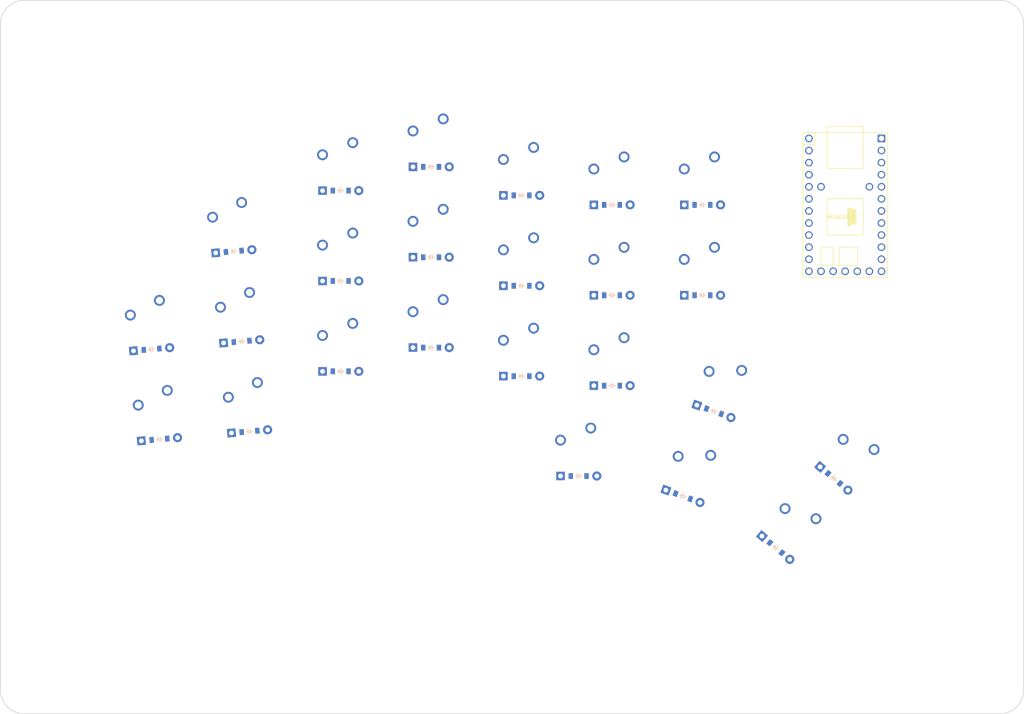
<source format=kicad_pcb>

            
(kicad_pcb (version 20171130) (host pcbnew 5.1.6)

  (page A3)
  (title_block
    (title gpad7)
    (rev v1.0.0)
    (company Unknown)
  )

  (general
    (thickness 1.6)
  )

  (layers
    (0 F.Cu signal)
    (31 B.Cu signal)
    (32 B.Adhes user)
    (33 F.Adhes user)
    (34 B.Paste user)
    (35 F.Paste user)
    (36 B.SilkS user)
    (37 F.SilkS user)
    (38 B.Mask user)
    (39 F.Mask user)
    (40 Dwgs.User user)
    (41 Cmts.User user)
    (42 Eco1.User user)
    (43 Eco2.User user)
    (44 Edge.Cuts user)
    (45 Margin user)
    (46 B.CrtYd user)
    (47 F.CrtYd user)
    (48 B.Fab user)
    (49 F.Fab user)
  )

  (setup
    (last_trace_width 0.25)
    (trace_clearance 0.2)
    (zone_clearance 0.508)
    (zone_45_only no)
    (trace_min 0.2)
    (via_size 0.8)
    (via_drill 0.4)
    (via_min_size 0.4)
    (via_min_drill 0.3)
    (uvia_size 0.3)
    (uvia_drill 0.1)
    (uvias_allowed no)
    (uvia_min_size 0.2)
    (uvia_min_drill 0.1)
    (edge_width 0.05)
    (segment_width 0.2)
    (pcb_text_width 0.3)
    (pcb_text_size 1.5 1.5)
    (mod_edge_width 0.12)
    (mod_text_size 1 1)
    (mod_text_width 0.15)
    (pad_size 1.524 1.524)
    (pad_drill 0.762)
    (pad_to_mask_clearance 0.05)
    (aux_axis_origin 0 0)
    (visible_elements FFFFFF7F)
    (pcbplotparams
      (layerselection 0x010fc_ffffffff)
      (usegerberextensions false)
      (usegerberattributes true)
      (usegerberadvancedattributes true)
      (creategerberjobfile true)
      (excludeedgelayer true)
      (linewidth 0.100000)
      (plotframeref false)
      (viasonmask false)
      (mode 1)
      (useauxorigin false)
      (hpglpennumber 1)
      (hpglpenspeed 20)
      (hpglpendiameter 15.000000)
      (psnegative false)
      (psa4output false)
      (plotreference true)
      (plotvalue true)
      (plotinvisibletext false)
      (padsonsilk false)
      (subtractmaskfromsilk false)
      (outputformat 1)
      (mirror false)
      (drillshape 1)
      (scaleselection 1)
      (outputdirectory ""))
  )

            (net 0 "")
(net 1 "F0")
(net 2 "outer_bottom")
(net 3 "outer_home")
(net 4 "F1")
(net 5 "pinky_bottom")
(net 6 "pinky_home")
(net 7 "pinky_top")
(net 8 "C7")
(net 9 "ring_bottom")
(net 10 "ring_home")
(net 11 "ring_top")
(net 12 "C6")
(net 13 "middle_bottom")
(net 14 "middle_home")
(net 15 "middle_top")
(net 16 "B6")
(net 17 "index_bottom")
(net 18 "index_home")
(net 19 "index_top")
(net 20 "B5")
(net 21 "inner_bottom")
(net 22 "inner_home")
(net 23 "inner_top")
(net 24 "B4")
(net 25 "aux_home")
(net 26 "aux_top")
(net 27 "near_thumb")
(net 28 "home_thumb")
(net 29 "home_thumb_secondary")
(net 30 "B3")
(net 31 "far_thumb")
(net 32 "far_thumb_secondary")
(net 33 "D2")
(net 34 "D1")
(net 35 "D0")
(net 36 "D3")
(net 37 "GND")
(net 38 "RST")
(net 39 "VCC")
(net 40 "B0")
(net 41 "B1")
(net 42 "B2")
(net 43 "B7")
(net 44 "D4")
(net 45 "D5")
(net 46 "D6")
(net 47 "D7")
(net 48 "F2")
(net 49 "F3")
(net 50 "F4")
(net 51 "F5")
(net 52 "F6")
(net 53 "F7")
(net 54 "E6")
            
  (net_class Default "This is the default net class."
    (clearance 0.2)
    (trace_width 0.25)
    (via_dia 0.8)
    (via_drill 0.4)
    (uvia_dia 0.3)
    (uvia_drill 0.1)
    (add_net "")
(add_net "F0")
(add_net "outer_bottom")
(add_net "outer_home")
(add_net "F1")
(add_net "pinky_bottom")
(add_net "pinky_home")
(add_net "pinky_top")
(add_net "C7")
(add_net "ring_bottom")
(add_net "ring_home")
(add_net "ring_top")
(add_net "C6")
(add_net "middle_bottom")
(add_net "middle_home")
(add_net "middle_top")
(add_net "B6")
(add_net "index_bottom")
(add_net "index_home")
(add_net "index_top")
(add_net "B5")
(add_net "inner_bottom")
(add_net "inner_home")
(add_net "inner_top")
(add_net "B4")
(add_net "aux_home")
(add_net "aux_top")
(add_net "near_thumb")
(add_net "home_thumb")
(add_net "home_thumb_secondary")
(add_net "B3")
(add_net "far_thumb")
(add_net "far_thumb_secondary")
(add_net "D2")
(add_net "D1")
(add_net "D0")
(add_net "D3")
(add_net "GND")
(add_net "RST")
(add_net "VCC")
(add_net "B0")
(add_net "B1")
(add_net "B2")
(add_net "B7")
(add_net "D4")
(add_net "D5")
(add_net "D6")
(add_net "D7")
(add_net "F2")
(add_net "F3")
(add_net "F4")
(add_net "F5")
(add_net "F6")
(add_net "F7")
(add_net "E6")
  )

            
        
      (module MX (layer F.Cu) (tedit 5DD4F656)
      (at 0 0 5)

      
      (fp_text reference "S1" (at 0 0) (layer F.SilkS) hide (effects (font (size 1.27 1.27) (thickness 0.15))))
      (fp_text value "" (at 0 0) (layer F.SilkS) hide (effects (font (size 1.27 1.27) (thickness 0.15))))

      
      (fp_line (start -7 -6) (end -7 -7) (layer Dwgs.User) (width 0.15))
      (fp_line (start -7 7) (end -6 7) (layer Dwgs.User) (width 0.15))
      (fp_line (start -6 -7) (end -7 -7) (layer Dwgs.User) (width 0.15))
      (fp_line (start -7 7) (end -7 6) (layer Dwgs.User) (width 0.15))
      (fp_line (start 7 6) (end 7 7) (layer Dwgs.User) (width 0.15))
      (fp_line (start 7 -7) (end 6 -7) (layer Dwgs.User) (width 0.15))
      (fp_line (start 6 7) (end 7 7) (layer Dwgs.User) (width 0.15))
      (fp_line (start 7 -7) (end 7 -6) (layer Dwgs.User) (width 0.15))
    
      
      (pad "" np_thru_hole circle (at 0 0) (size 3.9878 3.9878) (drill 3.9878) (layers *.Cu *.Mask))

      
      (pad "" np_thru_hole circle (at 5.08 0) (size 1.7018 1.7018) (drill 1.7018) (layers *.Cu *.Mask))
      (pad "" np_thru_hole circle (at -5.08 0) (size 1.7018 1.7018) (drill 1.7018) (layers *.Cu *.Mask))
      
        
      
      (fp_line (start -9.5 -9.5) (end 9.5 -9.5) (layer Dwgs.User) (width 0.15))
      (fp_line (start 9.5 -9.5) (end 9.5 9.5) (layer Dwgs.User) (width 0.15))
      (fp_line (start 9.5 9.5) (end -9.5 9.5) (layer Dwgs.User) (width 0.15))
      (fp_line (start -9.5 9.5) (end -9.5 -9.5) (layer Dwgs.User) (width 0.15))
      
        
            
            (pad 1 thru_hole circle (at 2.54 -5.08) (size 2.286 2.286) (drill 1.4986) (layers *.Cu *.Mask) (net 1 "F0"))
            (pad 2 thru_hole circle (at -3.81 -2.54) (size 2.286 2.286) (drill 1.4986) (layers *.Cu *.Mask) (net 2 "outer_bottom"))
          )
        

        
      (module MX (layer F.Cu) (tedit 5DD4F656)
      (at -1.6559591 -18.9276993 5)

      
      (fp_text reference "S2" (at 0 0) (layer F.SilkS) hide (effects (font (size 1.27 1.27) (thickness 0.15))))
      (fp_text value "" (at 0 0) (layer F.SilkS) hide (effects (font (size 1.27 1.27) (thickness 0.15))))

      
      (fp_line (start -7 -6) (end -7 -7) (layer Dwgs.User) (width 0.15))
      (fp_line (start -7 7) (end -6 7) (layer Dwgs.User) (width 0.15))
      (fp_line (start -6 -7) (end -7 -7) (layer Dwgs.User) (width 0.15))
      (fp_line (start -7 7) (end -7 6) (layer Dwgs.User) (width 0.15))
      (fp_line (start 7 6) (end 7 7) (layer Dwgs.User) (width 0.15))
      (fp_line (start 7 -7) (end 6 -7) (layer Dwgs.User) (width 0.15))
      (fp_line (start 6 7) (end 7 7) (layer Dwgs.User) (width 0.15))
      (fp_line (start 7 -7) (end 7 -6) (layer Dwgs.User) (width 0.15))
    
      
      (pad "" np_thru_hole circle (at 0 0) (size 3.9878 3.9878) (drill 3.9878) (layers *.Cu *.Mask))

      
      (pad "" np_thru_hole circle (at 5.08 0) (size 1.7018 1.7018) (drill 1.7018) (layers *.Cu *.Mask))
      (pad "" np_thru_hole circle (at -5.08 0) (size 1.7018 1.7018) (drill 1.7018) (layers *.Cu *.Mask))
      
        
      
      (fp_line (start -9.5 -9.5) (end 9.5 -9.5) (layer Dwgs.User) (width 0.15))
      (fp_line (start 9.5 -9.5) (end 9.5 9.5) (layer Dwgs.User) (width 0.15))
      (fp_line (start 9.5 9.5) (end -9.5 9.5) (layer Dwgs.User) (width 0.15))
      (fp_line (start -9.5 9.5) (end -9.5 -9.5) (layer Dwgs.User) (width 0.15))
      
        
            
            (pad 1 thru_hole circle (at 2.54 -5.08) (size 2.286 2.286) (drill 1.4986) (layers *.Cu *.Mask) (net 1 "F0"))
            (pad 2 thru_hole circle (at -3.81 -2.54) (size 2.286 2.286) (drill 1.4986) (layers *.Cu *.Mask) (net 3 "outer_home"))
          )
        

        
      (module MX (layer F.Cu) (tedit 5DD4F656)
      (at 18.9276993 -1.6559591 5)

      
      (fp_text reference "S3" (at 0 0) (layer F.SilkS) hide (effects (font (size 1.27 1.27) (thickness 0.15))))
      (fp_text value "" (at 0 0) (layer F.SilkS) hide (effects (font (size 1.27 1.27) (thickness 0.15))))

      
      (fp_line (start -7 -6) (end -7 -7) (layer Dwgs.User) (width 0.15))
      (fp_line (start -7 7) (end -6 7) (layer Dwgs.User) (width 0.15))
      (fp_line (start -6 -7) (end -7 -7) (layer Dwgs.User) (width 0.15))
      (fp_line (start -7 7) (end -7 6) (layer Dwgs.User) (width 0.15))
      (fp_line (start 7 6) (end 7 7) (layer Dwgs.User) (width 0.15))
      (fp_line (start 7 -7) (end 6 -7) (layer Dwgs.User) (width 0.15))
      (fp_line (start 6 7) (end 7 7) (layer Dwgs.User) (width 0.15))
      (fp_line (start 7 -7) (end 7 -6) (layer Dwgs.User) (width 0.15))
    
      
      (pad "" np_thru_hole circle (at 0 0) (size 3.9878 3.9878) (drill 3.9878) (layers *.Cu *.Mask))

      
      (pad "" np_thru_hole circle (at 5.08 0) (size 1.7018 1.7018) (drill 1.7018) (layers *.Cu *.Mask))
      (pad "" np_thru_hole circle (at -5.08 0) (size 1.7018 1.7018) (drill 1.7018) (layers *.Cu *.Mask))
      
        
      
      (fp_line (start -9.5 -9.5) (end 9.5 -9.5) (layer Dwgs.User) (width 0.15))
      (fp_line (start 9.5 -9.5) (end 9.5 9.5) (layer Dwgs.User) (width 0.15))
      (fp_line (start 9.5 9.5) (end -9.5 9.5) (layer Dwgs.User) (width 0.15))
      (fp_line (start -9.5 9.5) (end -9.5 -9.5) (layer Dwgs.User) (width 0.15))
      
        
            
            (pad 1 thru_hole circle (at 2.54 -5.08) (size 2.286 2.286) (drill 1.4986) (layers *.Cu *.Mask) (net 4 "F1"))
            (pad 2 thru_hole circle (at -3.81 -2.54) (size 2.286 2.286) (drill 1.4986) (layers *.Cu *.Mask) (net 5 "pinky_bottom"))
          )
        

        
      (module MX (layer F.Cu) (tedit 5DD4F656)
      (at 17.2717402 -20.5836584 5)

      
      (fp_text reference "S4" (at 0 0) (layer F.SilkS) hide (effects (font (size 1.27 1.27) (thickness 0.15))))
      (fp_text value "" (at 0 0) (layer F.SilkS) hide (effects (font (size 1.27 1.27) (thickness 0.15))))

      
      (fp_line (start -7 -6) (end -7 -7) (layer Dwgs.User) (width 0.15))
      (fp_line (start -7 7) (end -6 7) (layer Dwgs.User) (width 0.15))
      (fp_line (start -6 -7) (end -7 -7) (layer Dwgs.User) (width 0.15))
      (fp_line (start -7 7) (end -7 6) (layer Dwgs.User) (width 0.15))
      (fp_line (start 7 6) (end 7 7) (layer Dwgs.User) (width 0.15))
      (fp_line (start 7 -7) (end 6 -7) (layer Dwgs.User) (width 0.15))
      (fp_line (start 6 7) (end 7 7) (layer Dwgs.User) (width 0.15))
      (fp_line (start 7 -7) (end 7 -6) (layer Dwgs.User) (width 0.15))
    
      
      (pad "" np_thru_hole circle (at 0 0) (size 3.9878 3.9878) (drill 3.9878) (layers *.Cu *.Mask))

      
      (pad "" np_thru_hole circle (at 5.08 0) (size 1.7018 1.7018) (drill 1.7018) (layers *.Cu *.Mask))
      (pad "" np_thru_hole circle (at -5.08 0) (size 1.7018 1.7018) (drill 1.7018) (layers *.Cu *.Mask))
      
        
      
      (fp_line (start -9.5 -9.5) (end 9.5 -9.5) (layer Dwgs.User) (width 0.15))
      (fp_line (start 9.5 -9.5) (end 9.5 9.5) (layer Dwgs.User) (width 0.15))
      (fp_line (start 9.5 9.5) (end -9.5 9.5) (layer Dwgs.User) (width 0.15))
      (fp_line (start -9.5 9.5) (end -9.5 -9.5) (layer Dwgs.User) (width 0.15))
      
        
            
            (pad 1 thru_hole circle (at 2.54 -5.08) (size 2.286 2.286) (drill 1.4986) (layers *.Cu *.Mask) (net 4 "F1"))
            (pad 2 thru_hole circle (at -3.81 -2.54) (size 2.286 2.286) (drill 1.4986) (layers *.Cu *.Mask) (net 6 "pinky_home"))
          )
        

        
      (module MX (layer F.Cu) (tedit 5DD4F656)
      (at 15.6157811 -39.511357700000005 5)

      
      (fp_text reference "S5" (at 0 0) (layer F.SilkS) hide (effects (font (size 1.27 1.27) (thickness 0.15))))
      (fp_text value "" (at 0 0) (layer F.SilkS) hide (effects (font (size 1.27 1.27) (thickness 0.15))))

      
      (fp_line (start -7 -6) (end -7 -7) (layer Dwgs.User) (width 0.15))
      (fp_line (start -7 7) (end -6 7) (layer Dwgs.User) (width 0.15))
      (fp_line (start -6 -7) (end -7 -7) (layer Dwgs.User) (width 0.15))
      (fp_line (start -7 7) (end -7 6) (layer Dwgs.User) (width 0.15))
      (fp_line (start 7 6) (end 7 7) (layer Dwgs.User) (width 0.15))
      (fp_line (start 7 -7) (end 6 -7) (layer Dwgs.User) (width 0.15))
      (fp_line (start 6 7) (end 7 7) (layer Dwgs.User) (width 0.15))
      (fp_line (start 7 -7) (end 7 -6) (layer Dwgs.User) (width 0.15))
    
      
      (pad "" np_thru_hole circle (at 0 0) (size 3.9878 3.9878) (drill 3.9878) (layers *.Cu *.Mask))

      
      (pad "" np_thru_hole circle (at 5.08 0) (size 1.7018 1.7018) (drill 1.7018) (layers *.Cu *.Mask))
      (pad "" np_thru_hole circle (at -5.08 0) (size 1.7018 1.7018) (drill 1.7018) (layers *.Cu *.Mask))
      
        
      
      (fp_line (start -9.5 -9.5) (end 9.5 -9.5) (layer Dwgs.User) (width 0.15))
      (fp_line (start 9.5 -9.5) (end 9.5 9.5) (layer Dwgs.User) (width 0.15))
      (fp_line (start 9.5 9.5) (end -9.5 9.5) (layer Dwgs.User) (width 0.15))
      (fp_line (start -9.5 9.5) (end -9.5 -9.5) (layer Dwgs.User) (width 0.15))
      
        
            
            (pad 1 thru_hole circle (at 2.54 -5.08) (size 2.286 2.286) (drill 1.4986) (layers *.Cu *.Mask) (net 4 "F1"))
            (pad 2 thru_hole circle (at -3.81 -2.54) (size 2.286 2.286) (drill 1.4986) (layers *.Cu *.Mask) (net 7 "pinky_top"))
          )
        

        
      (module MX (layer F.Cu) (tedit 5DD4F656)
      (at 38.5111523 -14.292686400000001 0)

      
      (fp_text reference "S6" (at 0 0) (layer F.SilkS) hide (effects (font (size 1.27 1.27) (thickness 0.15))))
      (fp_text value "" (at 0 0) (layer F.SilkS) hide (effects (font (size 1.27 1.27) (thickness 0.15))))

      
      (fp_line (start -7 -6) (end -7 -7) (layer Dwgs.User) (width 0.15))
      (fp_line (start -7 7) (end -6 7) (layer Dwgs.User) (width 0.15))
      (fp_line (start -6 -7) (end -7 -7) (layer Dwgs.User) (width 0.15))
      (fp_line (start -7 7) (end -7 6) (layer Dwgs.User) (width 0.15))
      (fp_line (start 7 6) (end 7 7) (layer Dwgs.User) (width 0.15))
      (fp_line (start 7 -7) (end 6 -7) (layer Dwgs.User) (width 0.15))
      (fp_line (start 6 7) (end 7 7) (layer Dwgs.User) (width 0.15))
      (fp_line (start 7 -7) (end 7 -6) (layer Dwgs.User) (width 0.15))
    
      
      (pad "" np_thru_hole circle (at 0 0) (size 3.9878 3.9878) (drill 3.9878) (layers *.Cu *.Mask))

      
      (pad "" np_thru_hole circle (at 5.08 0) (size 1.7018 1.7018) (drill 1.7018) (layers *.Cu *.Mask))
      (pad "" np_thru_hole circle (at -5.08 0) (size 1.7018 1.7018) (drill 1.7018) (layers *.Cu *.Mask))
      
        
      
      (fp_line (start -9.5 -9.5) (end 9.5 -9.5) (layer Dwgs.User) (width 0.15))
      (fp_line (start 9.5 -9.5) (end 9.5 9.5) (layer Dwgs.User) (width 0.15))
      (fp_line (start 9.5 9.5) (end -9.5 9.5) (layer Dwgs.User) (width 0.15))
      (fp_line (start -9.5 9.5) (end -9.5 -9.5) (layer Dwgs.User) (width 0.15))
      
        
            
            (pad 1 thru_hole circle (at 2.54 -5.08) (size 2.286 2.286) (drill 1.4986) (layers *.Cu *.Mask) (net 8 "C7"))
            (pad 2 thru_hole circle (at -3.81 -2.54) (size 2.286 2.286) (drill 1.4986) (layers *.Cu *.Mask) (net 9 "ring_bottom"))
          )
        

        
      (module MX (layer F.Cu) (tedit 5DD4F656)
      (at 38.5111523 -33.2926864 0)

      
      (fp_text reference "S7" (at 0 0) (layer F.SilkS) hide (effects (font (size 1.27 1.27) (thickness 0.15))))
      (fp_text value "" (at 0 0) (layer F.SilkS) hide (effects (font (size 1.27 1.27) (thickness 0.15))))

      
      (fp_line (start -7 -6) (end -7 -7) (layer Dwgs.User) (width 0.15))
      (fp_line (start -7 7) (end -6 7) (layer Dwgs.User) (width 0.15))
      (fp_line (start -6 -7) (end -7 -7) (layer Dwgs.User) (width 0.15))
      (fp_line (start -7 7) (end -7 6) (layer Dwgs.User) (width 0.15))
      (fp_line (start 7 6) (end 7 7) (layer Dwgs.User) (width 0.15))
      (fp_line (start 7 -7) (end 6 -7) (layer Dwgs.User) (width 0.15))
      (fp_line (start 6 7) (end 7 7) (layer Dwgs.User) (width 0.15))
      (fp_line (start 7 -7) (end 7 -6) (layer Dwgs.User) (width 0.15))
    
      
      (pad "" np_thru_hole circle (at 0 0) (size 3.9878 3.9878) (drill 3.9878) (layers *.Cu *.Mask))

      
      (pad "" np_thru_hole circle (at 5.08 0) (size 1.7018 1.7018) (drill 1.7018) (layers *.Cu *.Mask))
      (pad "" np_thru_hole circle (at -5.08 0) (size 1.7018 1.7018) (drill 1.7018) (layers *.Cu *.Mask))
      
        
      
      (fp_line (start -9.5 -9.5) (end 9.5 -9.5) (layer Dwgs.User) (width 0.15))
      (fp_line (start 9.5 -9.5) (end 9.5 9.5) (layer Dwgs.User) (width 0.15))
      (fp_line (start 9.5 9.5) (end -9.5 9.5) (layer Dwgs.User) (width 0.15))
      (fp_line (start -9.5 9.5) (end -9.5 -9.5) (layer Dwgs.User) (width 0.15))
      
        
            
            (pad 1 thru_hole circle (at 2.54 -5.08) (size 2.286 2.286) (drill 1.4986) (layers *.Cu *.Mask) (net 8 "C7"))
            (pad 2 thru_hole circle (at -3.81 -2.54) (size 2.286 2.286) (drill 1.4986) (layers *.Cu *.Mask) (net 10 "ring_home"))
          )
        

        
      (module MX (layer F.Cu) (tedit 5DD4F656)
      (at 38.5111523 -52.2926864 0)

      
      (fp_text reference "S8" (at 0 0) (layer F.SilkS) hide (effects (font (size 1.27 1.27) (thickness 0.15))))
      (fp_text value "" (at 0 0) (layer F.SilkS) hide (effects (font (size 1.27 1.27) (thickness 0.15))))

      
      (fp_line (start -7 -6) (end -7 -7) (layer Dwgs.User) (width 0.15))
      (fp_line (start -7 7) (end -6 7) (layer Dwgs.User) (width 0.15))
      (fp_line (start -6 -7) (end -7 -7) (layer Dwgs.User) (width 0.15))
      (fp_line (start -7 7) (end -7 6) (layer Dwgs.User) (width 0.15))
      (fp_line (start 7 6) (end 7 7) (layer Dwgs.User) (width 0.15))
      (fp_line (start 7 -7) (end 6 -7) (layer Dwgs.User) (width 0.15))
      (fp_line (start 6 7) (end 7 7) (layer Dwgs.User) (width 0.15))
      (fp_line (start 7 -7) (end 7 -6) (layer Dwgs.User) (width 0.15))
    
      
      (pad "" np_thru_hole circle (at 0 0) (size 3.9878 3.9878) (drill 3.9878) (layers *.Cu *.Mask))

      
      (pad "" np_thru_hole circle (at 5.08 0) (size 1.7018 1.7018) (drill 1.7018) (layers *.Cu *.Mask))
      (pad "" np_thru_hole circle (at -5.08 0) (size 1.7018 1.7018) (drill 1.7018) (layers *.Cu *.Mask))
      
        
      
      (fp_line (start -9.5 -9.5) (end 9.5 -9.5) (layer Dwgs.User) (width 0.15))
      (fp_line (start 9.5 -9.5) (end 9.5 9.5) (layer Dwgs.User) (width 0.15))
      (fp_line (start 9.5 9.5) (end -9.5 9.5) (layer Dwgs.User) (width 0.15))
      (fp_line (start -9.5 9.5) (end -9.5 -9.5) (layer Dwgs.User) (width 0.15))
      
        
            
            (pad 1 thru_hole circle (at 2.54 -5.08) (size 2.286 2.286) (drill 1.4986) (layers *.Cu *.Mask) (net 8 "C7"))
            (pad 2 thru_hole circle (at -3.81 -2.54) (size 2.286 2.286) (drill 1.4986) (layers *.Cu *.Mask) (net 11 "ring_top"))
          )
        

        
      (module MX (layer F.Cu) (tedit 5DD4F656)
      (at 57.5111524 -19.2926864 0)

      
      (fp_text reference "S9" (at 0 0) (layer F.SilkS) hide (effects (font (size 1.27 1.27) (thickness 0.15))))
      (fp_text value "" (at 0 0) (layer F.SilkS) hide (effects (font (size 1.27 1.27) (thickness 0.15))))

      
      (fp_line (start -7 -6) (end -7 -7) (layer Dwgs.User) (width 0.15))
      (fp_line (start -7 7) (end -6 7) (layer Dwgs.User) (width 0.15))
      (fp_line (start -6 -7) (end -7 -7) (layer Dwgs.User) (width 0.15))
      (fp_line (start -7 7) (end -7 6) (layer Dwgs.User) (width 0.15))
      (fp_line (start 7 6) (end 7 7) (layer Dwgs.User) (width 0.15))
      (fp_line (start 7 -7) (end 6 -7) (layer Dwgs.User) (width 0.15))
      (fp_line (start 6 7) (end 7 7) (layer Dwgs.User) (width 0.15))
      (fp_line (start 7 -7) (end 7 -6) (layer Dwgs.User) (width 0.15))
    
      
      (pad "" np_thru_hole circle (at 0 0) (size 3.9878 3.9878) (drill 3.9878) (layers *.Cu *.Mask))

      
      (pad "" np_thru_hole circle (at 5.08 0) (size 1.7018 1.7018) (drill 1.7018) (layers *.Cu *.Mask))
      (pad "" np_thru_hole circle (at -5.08 0) (size 1.7018 1.7018) (drill 1.7018) (layers *.Cu *.Mask))
      
        
      
      (fp_line (start -9.5 -9.5) (end 9.5 -9.5) (layer Dwgs.User) (width 0.15))
      (fp_line (start 9.5 -9.5) (end 9.5 9.5) (layer Dwgs.User) (width 0.15))
      (fp_line (start 9.5 9.5) (end -9.5 9.5) (layer Dwgs.User) (width 0.15))
      (fp_line (start -9.5 9.5) (end -9.5 -9.5) (layer Dwgs.User) (width 0.15))
      
        
            
            (pad 1 thru_hole circle (at 2.54 -5.08) (size 2.286 2.286) (drill 1.4986) (layers *.Cu *.Mask) (net 12 "C6"))
            (pad 2 thru_hole circle (at -3.81 -2.54) (size 2.286 2.286) (drill 1.4986) (layers *.Cu *.Mask) (net 13 "middle_bottom"))
          )
        

        
      (module MX (layer F.Cu) (tedit 5DD4F656)
      (at 57.5111524 -38.2926864 0)

      
      (fp_text reference "S10" (at 0 0) (layer F.SilkS) hide (effects (font (size 1.27 1.27) (thickness 0.15))))
      (fp_text value "" (at 0 0) (layer F.SilkS) hide (effects (font (size 1.27 1.27) (thickness 0.15))))

      
      (fp_line (start -7 -6) (end -7 -7) (layer Dwgs.User) (width 0.15))
      (fp_line (start -7 7) (end -6 7) (layer Dwgs.User) (width 0.15))
      (fp_line (start -6 -7) (end -7 -7) (layer Dwgs.User) (width 0.15))
      (fp_line (start -7 7) (end -7 6) (layer Dwgs.User) (width 0.15))
      (fp_line (start 7 6) (end 7 7) (layer Dwgs.User) (width 0.15))
      (fp_line (start 7 -7) (end 6 -7) (layer Dwgs.User) (width 0.15))
      (fp_line (start 6 7) (end 7 7) (layer Dwgs.User) (width 0.15))
      (fp_line (start 7 -7) (end 7 -6) (layer Dwgs.User) (width 0.15))
    
      
      (pad "" np_thru_hole circle (at 0 0) (size 3.9878 3.9878) (drill 3.9878) (layers *.Cu *.Mask))

      
      (pad "" np_thru_hole circle (at 5.08 0) (size 1.7018 1.7018) (drill 1.7018) (layers *.Cu *.Mask))
      (pad "" np_thru_hole circle (at -5.08 0) (size 1.7018 1.7018) (drill 1.7018) (layers *.Cu *.Mask))
      
        
      
      (fp_line (start -9.5 -9.5) (end 9.5 -9.5) (layer Dwgs.User) (width 0.15))
      (fp_line (start 9.5 -9.5) (end 9.5 9.5) (layer Dwgs.User) (width 0.15))
      (fp_line (start 9.5 9.5) (end -9.5 9.5) (layer Dwgs.User) (width 0.15))
      (fp_line (start -9.5 9.5) (end -9.5 -9.5) (layer Dwgs.User) (width 0.15))
      
        
            
            (pad 1 thru_hole circle (at 2.54 -5.08) (size 2.286 2.286) (drill 1.4986) (layers *.Cu *.Mask) (net 12 "C6"))
            (pad 2 thru_hole circle (at -3.81 -2.54) (size 2.286 2.286) (drill 1.4986) (layers *.Cu *.Mask) (net 14 "middle_home"))
          )
        

        
      (module MX (layer F.Cu) (tedit 5DD4F656)
      (at 57.5111524 -57.2926864 0)

      
      (fp_text reference "S11" (at 0 0) (layer F.SilkS) hide (effects (font (size 1.27 1.27) (thickness 0.15))))
      (fp_text value "" (at 0 0) (layer F.SilkS) hide (effects (font (size 1.27 1.27) (thickness 0.15))))

      
      (fp_line (start -7 -6) (end -7 -7) (layer Dwgs.User) (width 0.15))
      (fp_line (start -7 7) (end -6 7) (layer Dwgs.User) (width 0.15))
      (fp_line (start -6 -7) (end -7 -7) (layer Dwgs.User) (width 0.15))
      (fp_line (start -7 7) (end -7 6) (layer Dwgs.User) (width 0.15))
      (fp_line (start 7 6) (end 7 7) (layer Dwgs.User) (width 0.15))
      (fp_line (start 7 -7) (end 6 -7) (layer Dwgs.User) (width 0.15))
      (fp_line (start 6 7) (end 7 7) (layer Dwgs.User) (width 0.15))
      (fp_line (start 7 -7) (end 7 -6) (layer Dwgs.User) (width 0.15))
    
      
      (pad "" np_thru_hole circle (at 0 0) (size 3.9878 3.9878) (drill 3.9878) (layers *.Cu *.Mask))

      
      (pad "" np_thru_hole circle (at 5.08 0) (size 1.7018 1.7018) (drill 1.7018) (layers *.Cu *.Mask))
      (pad "" np_thru_hole circle (at -5.08 0) (size 1.7018 1.7018) (drill 1.7018) (layers *.Cu *.Mask))
      
        
      
      (fp_line (start -9.5 -9.5) (end 9.5 -9.5) (layer Dwgs.User) (width 0.15))
      (fp_line (start 9.5 -9.5) (end 9.5 9.5) (layer Dwgs.User) (width 0.15))
      (fp_line (start 9.5 9.5) (end -9.5 9.5) (layer Dwgs.User) (width 0.15))
      (fp_line (start -9.5 9.5) (end -9.5 -9.5) (layer Dwgs.User) (width 0.15))
      
        
            
            (pad 1 thru_hole circle (at 2.54 -5.08) (size 2.286 2.286) (drill 1.4986) (layers *.Cu *.Mask) (net 12 "C6"))
            (pad 2 thru_hole circle (at -3.81 -2.54) (size 2.286 2.286) (drill 1.4986) (layers *.Cu *.Mask) (net 15 "middle_top"))
          )
        

        
      (module MX (layer F.Cu) (tedit 5DD4F656)
      (at 76.5111524 -13.292686400000001 0)

      
      (fp_text reference "S12" (at 0 0) (layer F.SilkS) hide (effects (font (size 1.27 1.27) (thickness 0.15))))
      (fp_text value "" (at 0 0) (layer F.SilkS) hide (effects (font (size 1.27 1.27) (thickness 0.15))))

      
      (fp_line (start -7 -6) (end -7 -7) (layer Dwgs.User) (width 0.15))
      (fp_line (start -7 7) (end -6 7) (layer Dwgs.User) (width 0.15))
      (fp_line (start -6 -7) (end -7 -7) (layer Dwgs.User) (width 0.15))
      (fp_line (start -7 7) (end -7 6) (layer Dwgs.User) (width 0.15))
      (fp_line (start 7 6) (end 7 7) (layer Dwgs.User) (width 0.15))
      (fp_line (start 7 -7) (end 6 -7) (layer Dwgs.User) (width 0.15))
      (fp_line (start 6 7) (end 7 7) (layer Dwgs.User) (width 0.15))
      (fp_line (start 7 -7) (end 7 -6) (layer Dwgs.User) (width 0.15))
    
      
      (pad "" np_thru_hole circle (at 0 0) (size 3.9878 3.9878) (drill 3.9878) (layers *.Cu *.Mask))

      
      (pad "" np_thru_hole circle (at 5.08 0) (size 1.7018 1.7018) (drill 1.7018) (layers *.Cu *.Mask))
      (pad "" np_thru_hole circle (at -5.08 0) (size 1.7018 1.7018) (drill 1.7018) (layers *.Cu *.Mask))
      
        
      
      (fp_line (start -9.5 -9.5) (end 9.5 -9.5) (layer Dwgs.User) (width 0.15))
      (fp_line (start 9.5 -9.5) (end 9.5 9.5) (layer Dwgs.User) (width 0.15))
      (fp_line (start 9.5 9.5) (end -9.5 9.5) (layer Dwgs.User) (width 0.15))
      (fp_line (start -9.5 9.5) (end -9.5 -9.5) (layer Dwgs.User) (width 0.15))
      
        
            
            (pad 1 thru_hole circle (at 2.54 -5.08) (size 2.286 2.286) (drill 1.4986) (layers *.Cu *.Mask) (net 16 "B6"))
            (pad 2 thru_hole circle (at -3.81 -2.54) (size 2.286 2.286) (drill 1.4986) (layers *.Cu *.Mask) (net 17 "index_bottom"))
          )
        

        
      (module MX (layer F.Cu) (tedit 5DD4F656)
      (at 76.5111524 -32.2926864 0)

      
      (fp_text reference "S13" (at 0 0) (layer F.SilkS) hide (effects (font (size 1.27 1.27) (thickness 0.15))))
      (fp_text value "" (at 0 0) (layer F.SilkS) hide (effects (font (size 1.27 1.27) (thickness 0.15))))

      
      (fp_line (start -7 -6) (end -7 -7) (layer Dwgs.User) (width 0.15))
      (fp_line (start -7 7) (end -6 7) (layer Dwgs.User) (width 0.15))
      (fp_line (start -6 -7) (end -7 -7) (layer Dwgs.User) (width 0.15))
      (fp_line (start -7 7) (end -7 6) (layer Dwgs.User) (width 0.15))
      (fp_line (start 7 6) (end 7 7) (layer Dwgs.User) (width 0.15))
      (fp_line (start 7 -7) (end 6 -7) (layer Dwgs.User) (width 0.15))
      (fp_line (start 6 7) (end 7 7) (layer Dwgs.User) (width 0.15))
      (fp_line (start 7 -7) (end 7 -6) (layer Dwgs.User) (width 0.15))
    
      
      (pad "" np_thru_hole circle (at 0 0) (size 3.9878 3.9878) (drill 3.9878) (layers *.Cu *.Mask))

      
      (pad "" np_thru_hole circle (at 5.08 0) (size 1.7018 1.7018) (drill 1.7018) (layers *.Cu *.Mask))
      (pad "" np_thru_hole circle (at -5.08 0) (size 1.7018 1.7018) (drill 1.7018) (layers *.Cu *.Mask))
      
        
      
      (fp_line (start -9.5 -9.5) (end 9.5 -9.5) (layer Dwgs.User) (width 0.15))
      (fp_line (start 9.5 -9.5) (end 9.5 9.5) (layer Dwgs.User) (width 0.15))
      (fp_line (start 9.5 9.5) (end -9.5 9.5) (layer Dwgs.User) (width 0.15))
      (fp_line (start -9.5 9.5) (end -9.5 -9.5) (layer Dwgs.User) (width 0.15))
      
        
            
            (pad 1 thru_hole circle (at 2.54 -5.08) (size 2.286 2.286) (drill 1.4986) (layers *.Cu *.Mask) (net 16 "B6"))
            (pad 2 thru_hole circle (at -3.81 -2.54) (size 2.286 2.286) (drill 1.4986) (layers *.Cu *.Mask) (net 18 "index_home"))
          )
        

        
      (module MX (layer F.Cu) (tedit 5DD4F656)
      (at 76.5111524 -51.2926864 0)

      
      (fp_text reference "S14" (at 0 0) (layer F.SilkS) hide (effects (font (size 1.27 1.27) (thickness 0.15))))
      (fp_text value "" (at 0 0) (layer F.SilkS) hide (effects (font (size 1.27 1.27) (thickness 0.15))))

      
      (fp_line (start -7 -6) (end -7 -7) (layer Dwgs.User) (width 0.15))
      (fp_line (start -7 7) (end -6 7) (layer Dwgs.User) (width 0.15))
      (fp_line (start -6 -7) (end -7 -7) (layer Dwgs.User) (width 0.15))
      (fp_line (start -7 7) (end -7 6) (layer Dwgs.User) (width 0.15))
      (fp_line (start 7 6) (end 7 7) (layer Dwgs.User) (width 0.15))
      (fp_line (start 7 -7) (end 6 -7) (layer Dwgs.User) (width 0.15))
      (fp_line (start 6 7) (end 7 7) (layer Dwgs.User) (width 0.15))
      (fp_line (start 7 -7) (end 7 -6) (layer Dwgs.User) (width 0.15))
    
      
      (pad "" np_thru_hole circle (at 0 0) (size 3.9878 3.9878) (drill 3.9878) (layers *.Cu *.Mask))

      
      (pad "" np_thru_hole circle (at 5.08 0) (size 1.7018 1.7018) (drill 1.7018) (layers *.Cu *.Mask))
      (pad "" np_thru_hole circle (at -5.08 0) (size 1.7018 1.7018) (drill 1.7018) (layers *.Cu *.Mask))
      
        
      
      (fp_line (start -9.5 -9.5) (end 9.5 -9.5) (layer Dwgs.User) (width 0.15))
      (fp_line (start 9.5 -9.5) (end 9.5 9.5) (layer Dwgs.User) (width 0.15))
      (fp_line (start 9.5 9.5) (end -9.5 9.5) (layer Dwgs.User) (width 0.15))
      (fp_line (start -9.5 9.5) (end -9.5 -9.5) (layer Dwgs.User) (width 0.15))
      
        
            
            (pad 1 thru_hole circle (at 2.54 -5.08) (size 2.286 2.286) (drill 1.4986) (layers *.Cu *.Mask) (net 16 "B6"))
            (pad 2 thru_hole circle (at -3.81 -2.54) (size 2.286 2.286) (drill 1.4986) (layers *.Cu *.Mask) (net 19 "index_top"))
          )
        

        
      (module MX (layer F.Cu) (tedit 5DD4F656)
      (at 95.51115229999999 -11.292686400000001 0)

      
      (fp_text reference "S15" (at 0 0) (layer F.SilkS) hide (effects (font (size 1.27 1.27) (thickness 0.15))))
      (fp_text value "" (at 0 0) (layer F.SilkS) hide (effects (font (size 1.27 1.27) (thickness 0.15))))

      
      (fp_line (start -7 -6) (end -7 -7) (layer Dwgs.User) (width 0.15))
      (fp_line (start -7 7) (end -6 7) (layer Dwgs.User) (width 0.15))
      (fp_line (start -6 -7) (end -7 -7) (layer Dwgs.User) (width 0.15))
      (fp_line (start -7 7) (end -7 6) (layer Dwgs.User) (width 0.15))
      (fp_line (start 7 6) (end 7 7) (layer Dwgs.User) (width 0.15))
      (fp_line (start 7 -7) (end 6 -7) (layer Dwgs.User) (width 0.15))
      (fp_line (start 6 7) (end 7 7) (layer Dwgs.User) (width 0.15))
      (fp_line (start 7 -7) (end 7 -6) (layer Dwgs.User) (width 0.15))
    
      
      (pad "" np_thru_hole circle (at 0 0) (size 3.9878 3.9878) (drill 3.9878) (layers *.Cu *.Mask))

      
      (pad "" np_thru_hole circle (at 5.08 0) (size 1.7018 1.7018) (drill 1.7018) (layers *.Cu *.Mask))
      (pad "" np_thru_hole circle (at -5.08 0) (size 1.7018 1.7018) (drill 1.7018) (layers *.Cu *.Mask))
      
        
      
      (fp_line (start -9.5 -9.5) (end 9.5 -9.5) (layer Dwgs.User) (width 0.15))
      (fp_line (start 9.5 -9.5) (end 9.5 9.5) (layer Dwgs.User) (width 0.15))
      (fp_line (start 9.5 9.5) (end -9.5 9.5) (layer Dwgs.User) (width 0.15))
      (fp_line (start -9.5 9.5) (end -9.5 -9.5) (layer Dwgs.User) (width 0.15))
      
        
            
            (pad 1 thru_hole circle (at 2.54 -5.08) (size 2.286 2.286) (drill 1.4986) (layers *.Cu *.Mask) (net 20 "B5"))
            (pad 2 thru_hole circle (at -3.81 -2.54) (size 2.286 2.286) (drill 1.4986) (layers *.Cu *.Mask) (net 21 "inner_bottom"))
          )
        

        
      (module MX (layer F.Cu) (tedit 5DD4F656)
      (at 95.51115229999999 -30.2926864 0)

      
      (fp_text reference "S16" (at 0 0) (layer F.SilkS) hide (effects (font (size 1.27 1.27) (thickness 0.15))))
      (fp_text value "" (at 0 0) (layer F.SilkS) hide (effects (font (size 1.27 1.27) (thickness 0.15))))

      
      (fp_line (start -7 -6) (end -7 -7) (layer Dwgs.User) (width 0.15))
      (fp_line (start -7 7) (end -6 7) (layer Dwgs.User) (width 0.15))
      (fp_line (start -6 -7) (end -7 -7) (layer Dwgs.User) (width 0.15))
      (fp_line (start -7 7) (end -7 6) (layer Dwgs.User) (width 0.15))
      (fp_line (start 7 6) (end 7 7) (layer Dwgs.User) (width 0.15))
      (fp_line (start 7 -7) (end 6 -7) (layer Dwgs.User) (width 0.15))
      (fp_line (start 6 7) (end 7 7) (layer Dwgs.User) (width 0.15))
      (fp_line (start 7 -7) (end 7 -6) (layer Dwgs.User) (width 0.15))
    
      
      (pad "" np_thru_hole circle (at 0 0) (size 3.9878 3.9878) (drill 3.9878) (layers *.Cu *.Mask))

      
      (pad "" np_thru_hole circle (at 5.08 0) (size 1.7018 1.7018) (drill 1.7018) (layers *.Cu *.Mask))
      (pad "" np_thru_hole circle (at -5.08 0) (size 1.7018 1.7018) (drill 1.7018) (layers *.Cu *.Mask))
      
        
      
      (fp_line (start -9.5 -9.5) (end 9.5 -9.5) (layer Dwgs.User) (width 0.15))
      (fp_line (start 9.5 -9.5) (end 9.5 9.5) (layer Dwgs.User) (width 0.15))
      (fp_line (start 9.5 9.5) (end -9.5 9.5) (layer Dwgs.User) (width 0.15))
      (fp_line (start -9.5 9.5) (end -9.5 -9.5) (layer Dwgs.User) (width 0.15))
      
        
            
            (pad 1 thru_hole circle (at 2.54 -5.08) (size 2.286 2.286) (drill 1.4986) (layers *.Cu *.Mask) (net 20 "B5"))
            (pad 2 thru_hole circle (at -3.81 -2.54) (size 2.286 2.286) (drill 1.4986) (layers *.Cu *.Mask) (net 22 "inner_home"))
          )
        

        
      (module MX (layer F.Cu) (tedit 5DD4F656)
      (at 95.51115229999999 -49.2926864 0)

      
      (fp_text reference "S17" (at 0 0) (layer F.SilkS) hide (effects (font (size 1.27 1.27) (thickness 0.15))))
      (fp_text value "" (at 0 0) (layer F.SilkS) hide (effects (font (size 1.27 1.27) (thickness 0.15))))

      
      (fp_line (start -7 -6) (end -7 -7) (layer Dwgs.User) (width 0.15))
      (fp_line (start -7 7) (end -6 7) (layer Dwgs.User) (width 0.15))
      (fp_line (start -6 -7) (end -7 -7) (layer Dwgs.User) (width 0.15))
      (fp_line (start -7 7) (end -7 6) (layer Dwgs.User) (width 0.15))
      (fp_line (start 7 6) (end 7 7) (layer Dwgs.User) (width 0.15))
      (fp_line (start 7 -7) (end 6 -7) (layer Dwgs.User) (width 0.15))
      (fp_line (start 6 7) (end 7 7) (layer Dwgs.User) (width 0.15))
      (fp_line (start 7 -7) (end 7 -6) (layer Dwgs.User) (width 0.15))
    
      
      (pad "" np_thru_hole circle (at 0 0) (size 3.9878 3.9878) (drill 3.9878) (layers *.Cu *.Mask))

      
      (pad "" np_thru_hole circle (at 5.08 0) (size 1.7018 1.7018) (drill 1.7018) (layers *.Cu *.Mask))
      (pad "" np_thru_hole circle (at -5.08 0) (size 1.7018 1.7018) (drill 1.7018) (layers *.Cu *.Mask))
      
        
      
      (fp_line (start -9.5 -9.5) (end 9.5 -9.5) (layer Dwgs.User) (width 0.15))
      (fp_line (start 9.5 -9.5) (end 9.5 9.5) (layer Dwgs.User) (width 0.15))
      (fp_line (start 9.5 9.5) (end -9.5 9.5) (layer Dwgs.User) (width 0.15))
      (fp_line (start -9.5 9.5) (end -9.5 -9.5) (layer Dwgs.User) (width 0.15))
      
        
            
            (pad 1 thru_hole circle (at 2.54 -5.08) (size 2.286 2.286) (drill 1.4986) (layers *.Cu *.Mask) (net 20 "B5"))
            (pad 2 thru_hole circle (at -3.81 -2.54) (size 2.286 2.286) (drill 1.4986) (layers *.Cu *.Mask) (net 23 "inner_top"))
          )
        

        
      (module MX (layer F.Cu) (tedit 5DD4F656)
      (at 114.51115239999999 -30.292686500000002 0)

      
      (fp_text reference "S18" (at 0 0) (layer F.SilkS) hide (effects (font (size 1.27 1.27) (thickness 0.15))))
      (fp_text value "" (at 0 0) (layer F.SilkS) hide (effects (font (size 1.27 1.27) (thickness 0.15))))

      
      (fp_line (start -7 -6) (end -7 -7) (layer Dwgs.User) (width 0.15))
      (fp_line (start -7 7) (end -6 7) (layer Dwgs.User) (width 0.15))
      (fp_line (start -6 -7) (end -7 -7) (layer Dwgs.User) (width 0.15))
      (fp_line (start -7 7) (end -7 6) (layer Dwgs.User) (width 0.15))
      (fp_line (start 7 6) (end 7 7) (layer Dwgs.User) (width 0.15))
      (fp_line (start 7 -7) (end 6 -7) (layer Dwgs.User) (width 0.15))
      (fp_line (start 6 7) (end 7 7) (layer Dwgs.User) (width 0.15))
      (fp_line (start 7 -7) (end 7 -6) (layer Dwgs.User) (width 0.15))
    
      
      (pad "" np_thru_hole circle (at 0 0) (size 3.9878 3.9878) (drill 3.9878) (layers *.Cu *.Mask))

      
      (pad "" np_thru_hole circle (at 5.08 0) (size 1.7018 1.7018) (drill 1.7018) (layers *.Cu *.Mask))
      (pad "" np_thru_hole circle (at -5.08 0) (size 1.7018 1.7018) (drill 1.7018) (layers *.Cu *.Mask))
      
        
      
      (fp_line (start -9.5 -9.5) (end 9.5 -9.5) (layer Dwgs.User) (width 0.15))
      (fp_line (start 9.5 -9.5) (end 9.5 9.5) (layer Dwgs.User) (width 0.15))
      (fp_line (start 9.5 9.5) (end -9.5 9.5) (layer Dwgs.User) (width 0.15))
      (fp_line (start -9.5 9.5) (end -9.5 -9.5) (layer Dwgs.User) (width 0.15))
      
        
            
            (pad 1 thru_hole circle (at 2.54 -5.08) (size 2.286 2.286) (drill 1.4986) (layers *.Cu *.Mask) (net 24 "B4"))
            (pad 2 thru_hole circle (at -3.81 -2.54) (size 2.286 2.286) (drill 1.4986) (layers *.Cu *.Mask) (net 25 "aux_home"))
          )
        

        
      (module MX (layer F.Cu) (tedit 5DD4F656)
      (at 114.51115239999999 -49.2926865 0)

      
      (fp_text reference "S19" (at 0 0) (layer F.SilkS) hide (effects (font (size 1.27 1.27) (thickness 0.15))))
      (fp_text value "" (at 0 0) (layer F.SilkS) hide (effects (font (size 1.27 1.27) (thickness 0.15))))

      
      (fp_line (start -7 -6) (end -7 -7) (layer Dwgs.User) (width 0.15))
      (fp_line (start -7 7) (end -6 7) (layer Dwgs.User) (width 0.15))
      (fp_line (start -6 -7) (end -7 -7) (layer Dwgs.User) (width 0.15))
      (fp_line (start -7 7) (end -7 6) (layer Dwgs.User) (width 0.15))
      (fp_line (start 7 6) (end 7 7) (layer Dwgs.User) (width 0.15))
      (fp_line (start 7 -7) (end 6 -7) (layer Dwgs.User) (width 0.15))
      (fp_line (start 6 7) (end 7 7) (layer Dwgs.User) (width 0.15))
      (fp_line (start 7 -7) (end 7 -6) (layer Dwgs.User) (width 0.15))
    
      
      (pad "" np_thru_hole circle (at 0 0) (size 3.9878 3.9878) (drill 3.9878) (layers *.Cu *.Mask))

      
      (pad "" np_thru_hole circle (at 5.08 0) (size 1.7018 1.7018) (drill 1.7018) (layers *.Cu *.Mask))
      (pad "" np_thru_hole circle (at -5.08 0) (size 1.7018 1.7018) (drill 1.7018) (layers *.Cu *.Mask))
      
        
      
      (fp_line (start -9.5 -9.5) (end 9.5 -9.5) (layer Dwgs.User) (width 0.15))
      (fp_line (start 9.5 -9.5) (end 9.5 9.5) (layer Dwgs.User) (width 0.15))
      (fp_line (start 9.5 9.5) (end -9.5 9.5) (layer Dwgs.User) (width 0.15))
      (fp_line (start -9.5 9.5) (end -9.5 -9.5) (layer Dwgs.User) (width 0.15))
      
        
            
            (pad 1 thru_hole circle (at 2.54 -5.08) (size 2.286 2.286) (drill 1.4986) (layers *.Cu *.Mask) (net 24 "B4"))
            (pad 2 thru_hole circle (at -3.81 -2.54) (size 2.286 2.286) (drill 1.4986) (layers *.Cu *.Mask) (net 26 "aux_top"))
          )
        

        
      (module MX (layer F.Cu) (tedit 5DD4F656)
      (at 88.51115229999999 7.707313599999999 0)

      
      (fp_text reference "S20" (at 0 0) (layer F.SilkS) hide (effects (font (size 1.27 1.27) (thickness 0.15))))
      (fp_text value "" (at 0 0) (layer F.SilkS) hide (effects (font (size 1.27 1.27) (thickness 0.15))))

      
      (fp_line (start -7 -6) (end -7 -7) (layer Dwgs.User) (width 0.15))
      (fp_line (start -7 7) (end -6 7) (layer Dwgs.User) (width 0.15))
      (fp_line (start -6 -7) (end -7 -7) (layer Dwgs.User) (width 0.15))
      (fp_line (start -7 7) (end -7 6) (layer Dwgs.User) (width 0.15))
      (fp_line (start 7 6) (end 7 7) (layer Dwgs.User) (width 0.15))
      (fp_line (start 7 -7) (end 6 -7) (layer Dwgs.User) (width 0.15))
      (fp_line (start 6 7) (end 7 7) (layer Dwgs.User) (width 0.15))
      (fp_line (start 7 -7) (end 7 -6) (layer Dwgs.User) (width 0.15))
    
      
      (pad "" np_thru_hole circle (at 0 0) (size 3.9878 3.9878) (drill 3.9878) (layers *.Cu *.Mask))

      
      (pad "" np_thru_hole circle (at 5.08 0) (size 1.7018 1.7018) (drill 1.7018) (layers *.Cu *.Mask))
      (pad "" np_thru_hole circle (at -5.08 0) (size 1.7018 1.7018) (drill 1.7018) (layers *.Cu *.Mask))
      
        
      
      (fp_line (start -9.5 -9.5) (end 9.5 -9.5) (layer Dwgs.User) (width 0.15))
      (fp_line (start 9.5 -9.5) (end 9.5 9.5) (layer Dwgs.User) (width 0.15))
      (fp_line (start 9.5 9.5) (end -9.5 9.5) (layer Dwgs.User) (width 0.15))
      (fp_line (start -9.5 9.5) (end -9.5 -9.5) (layer Dwgs.User) (width 0.15))
      
        
            
            (pad 1 thru_hole circle (at 2.54 -5.08) (size 2.286 2.286) (drill 1.4986) (layers *.Cu *.Mask) (net 20 "B5"))
            (pad 2 thru_hole circle (at -3.81 -2.54) (size 2.286 2.286) (drill 1.4986) (layers *.Cu *.Mask) (net 27 "near_thumb"))
          )
        

        
      (module MX (layer F.Cu) (tedit 5DD4F656)
      (at 112.1307219 12.268816699999999 -20)

      
      (fp_text reference "S21" (at 0 0) (layer F.SilkS) hide (effects (font (size 1.27 1.27) (thickness 0.15))))
      (fp_text value "" (at 0 0) (layer F.SilkS) hide (effects (font (size 1.27 1.27) (thickness 0.15))))

      
      (fp_line (start -7 -6) (end -7 -7) (layer Dwgs.User) (width 0.15))
      (fp_line (start -7 7) (end -6 7) (layer Dwgs.User) (width 0.15))
      (fp_line (start -6 -7) (end -7 -7) (layer Dwgs.User) (width 0.15))
      (fp_line (start -7 7) (end -7 6) (layer Dwgs.User) (width 0.15))
      (fp_line (start 7 6) (end 7 7) (layer Dwgs.User) (width 0.15))
      (fp_line (start 7 -7) (end 6 -7) (layer Dwgs.User) (width 0.15))
      (fp_line (start 6 7) (end 7 7) (layer Dwgs.User) (width 0.15))
      (fp_line (start 7 -7) (end 7 -6) (layer Dwgs.User) (width 0.15))
    
      
      (pad "" np_thru_hole circle (at 0 0) (size 3.9878 3.9878) (drill 3.9878) (layers *.Cu *.Mask))

      
      (pad "" np_thru_hole circle (at 5.08 0) (size 1.7018 1.7018) (drill 1.7018) (layers *.Cu *.Mask))
      (pad "" np_thru_hole circle (at -5.08 0) (size 1.7018 1.7018) (drill 1.7018) (layers *.Cu *.Mask))
      
        
      
      (fp_line (start -9.5 -9.5) (end 9.5 -9.5) (layer Dwgs.User) (width 0.15))
      (fp_line (start 9.5 -9.5) (end 9.5 9.5) (layer Dwgs.User) (width 0.15))
      (fp_line (start 9.5 9.5) (end -9.5 9.5) (layer Dwgs.User) (width 0.15))
      (fp_line (start -9.5 9.5) (end -9.5 -9.5) (layer Dwgs.User) (width 0.15))
      
        
            
            (pad 1 thru_hole circle (at 2.54 -5.08) (size 2.286 2.286) (drill 1.4986) (layers *.Cu *.Mask) (net 24 "B4"))
            (pad 2 thru_hole circle (at -3.81 -2.54) (size 2.286 2.286) (drill 1.4986) (layers *.Cu *.Mask) (net 28 "home_thumb"))
          )
        

        
      (module MX (layer F.Cu) (tedit 5DD4F656)
      (at 118.62910459999999 -5.585343100000003 -20)

      
      (fp_text reference "S22" (at 0 0) (layer F.SilkS) hide (effects (font (size 1.27 1.27) (thickness 0.15))))
      (fp_text value "" (at 0 0) (layer F.SilkS) hide (effects (font (size 1.27 1.27) (thickness 0.15))))

      
      (fp_line (start -7 -6) (end -7 -7) (layer Dwgs.User) (width 0.15))
      (fp_line (start -7 7) (end -6 7) (layer Dwgs.User) (width 0.15))
      (fp_line (start -6 -7) (end -7 -7) (layer Dwgs.User) (width 0.15))
      (fp_line (start -7 7) (end -7 6) (layer Dwgs.User) (width 0.15))
      (fp_line (start 7 6) (end 7 7) (layer Dwgs.User) (width 0.15))
      (fp_line (start 7 -7) (end 6 -7) (layer Dwgs.User) (width 0.15))
      (fp_line (start 6 7) (end 7 7) (layer Dwgs.User) (width 0.15))
      (fp_line (start 7 -7) (end 7 -6) (layer Dwgs.User) (width 0.15))
    
      
      (pad "" np_thru_hole circle (at 0 0) (size 3.9878 3.9878) (drill 3.9878) (layers *.Cu *.Mask))

      
      (pad "" np_thru_hole circle (at 5.08 0) (size 1.7018 1.7018) (drill 1.7018) (layers *.Cu *.Mask))
      (pad "" np_thru_hole circle (at -5.08 0) (size 1.7018 1.7018) (drill 1.7018) (layers *.Cu *.Mask))
      
        
      
      (fp_line (start -9.5 -9.5) (end 9.5 -9.5) (layer Dwgs.User) (width 0.15))
      (fp_line (start 9.5 -9.5) (end 9.5 9.5) (layer Dwgs.User) (width 0.15))
      (fp_line (start 9.5 9.5) (end -9.5 9.5) (layer Dwgs.User) (width 0.15))
      (fp_line (start -9.5 9.5) (end -9.5 -9.5) (layer Dwgs.User) (width 0.15))
      
        
            
            (pad 1 thru_hole circle (at 2.54 -5.08) (size 2.286 2.286) (drill 1.4986) (layers *.Cu *.Mask) (net 24 "B4"))
            (pad 2 thru_hole circle (at -3.81 -2.54) (size 2.286 2.286) (drill 1.4986) (layers *.Cu *.Mask) (net 29 "home_thumb_secondary"))
          )
        

        
      (module MX (layer F.Cu) (tedit 5DD4F656)
      (at 133.1564396 23.9568692 -40)

      
      (fp_text reference "S23" (at 0 0) (layer F.SilkS) hide (effects (font (size 1.27 1.27) (thickness 0.15))))
      (fp_text value "" (at 0 0) (layer F.SilkS) hide (effects (font (size 1.27 1.27) (thickness 0.15))))

      
      (fp_line (start -7 -6) (end -7 -7) (layer Dwgs.User) (width 0.15))
      (fp_line (start -7 7) (end -6 7) (layer Dwgs.User) (width 0.15))
      (fp_line (start -6 -7) (end -7 -7) (layer Dwgs.User) (width 0.15))
      (fp_line (start -7 7) (end -7 6) (layer Dwgs.User) (width 0.15))
      (fp_line (start 7 6) (end 7 7) (layer Dwgs.User) (width 0.15))
      (fp_line (start 7 -7) (end 6 -7) (layer Dwgs.User) (width 0.15))
      (fp_line (start 6 7) (end 7 7) (layer Dwgs.User) (width 0.15))
      (fp_line (start 7 -7) (end 7 -6) (layer Dwgs.User) (width 0.15))
    
      
      (pad "" np_thru_hole circle (at 0 0) (size 3.9878 3.9878) (drill 3.9878) (layers *.Cu *.Mask))

      
      (pad "" np_thru_hole circle (at 5.08 0) (size 1.7018 1.7018) (drill 1.7018) (layers *.Cu *.Mask))
      (pad "" np_thru_hole circle (at -5.08 0) (size 1.7018 1.7018) (drill 1.7018) (layers *.Cu *.Mask))
      
        
      
      (fp_line (start -9.5 -9.5) (end 9.5 -9.5) (layer Dwgs.User) (width 0.15))
      (fp_line (start 9.5 -9.5) (end 9.5 9.5) (layer Dwgs.User) (width 0.15))
      (fp_line (start 9.5 9.5) (end -9.5 9.5) (layer Dwgs.User) (width 0.15))
      (fp_line (start -9.5 9.5) (end -9.5 -9.5) (layer Dwgs.User) (width 0.15))
      
        
            
            (pad 1 thru_hole circle (at 2.54 -5.08) (size 2.286 2.286) (drill 1.4986) (layers *.Cu *.Mask) (net 30 "B3"))
            (pad 2 thru_hole circle (at -3.81 -2.54) (size 2.286 2.286) (drill 1.4986) (layers *.Cu *.Mask) (net 31 "far_thumb"))
          )
        

        
      (module MX (layer F.Cu) (tedit 5DD4F656)
      (at 145.3694042 9.4020248 -40)

      
      (fp_text reference "S24" (at 0 0) (layer F.SilkS) hide (effects (font (size 1.27 1.27) (thickness 0.15))))
      (fp_text value "" (at 0 0) (layer F.SilkS) hide (effects (font (size 1.27 1.27) (thickness 0.15))))

      
      (fp_line (start -7 -6) (end -7 -7) (layer Dwgs.User) (width 0.15))
      (fp_line (start -7 7) (end -6 7) (layer Dwgs.User) (width 0.15))
      (fp_line (start -6 -7) (end -7 -7) (layer Dwgs.User) (width 0.15))
      (fp_line (start -7 7) (end -7 6) (layer Dwgs.User) (width 0.15))
      (fp_line (start 7 6) (end 7 7) (layer Dwgs.User) (width 0.15))
      (fp_line (start 7 -7) (end 6 -7) (layer Dwgs.User) (width 0.15))
      (fp_line (start 6 7) (end 7 7) (layer Dwgs.User) (width 0.15))
      (fp_line (start 7 -7) (end 7 -6) (layer Dwgs.User) (width 0.15))
    
      
      (pad "" np_thru_hole circle (at 0 0) (size 3.9878 3.9878) (drill 3.9878) (layers *.Cu *.Mask))

      
      (pad "" np_thru_hole circle (at 5.08 0) (size 1.7018 1.7018) (drill 1.7018) (layers *.Cu *.Mask))
      (pad "" np_thru_hole circle (at -5.08 0) (size 1.7018 1.7018) (drill 1.7018) (layers *.Cu *.Mask))
      
        
      
      (fp_line (start -9.5 -9.5) (end 9.5 -9.5) (layer Dwgs.User) (width 0.15))
      (fp_line (start 9.5 -9.5) (end 9.5 9.5) (layer Dwgs.User) (width 0.15))
      (fp_line (start 9.5 9.5) (end -9.5 9.5) (layer Dwgs.User) (width 0.15))
      (fp_line (start -9.5 9.5) (end -9.5 -9.5) (layer Dwgs.User) (width 0.15))
      
        
            
            (pad 1 thru_hole circle (at 2.54 -5.08) (size 2.286 2.286) (drill 1.4986) (layers *.Cu *.Mask) (net 30 "B3"))
            (pad 2 thru_hole circle (at -3.81 -2.54) (size 2.286 2.286) (drill 1.4986) (layers *.Cu *.Mask) (net 32 "far_thumb_secondary"))
          )
        

  
    (module ComboDiode (layer F.Cu) (tedit 5B24D78E)


        (at 0.4357787 4.9809735 5)

        
        (fp_text reference "D1" (at 0 0) (layer F.SilkS) hide (effects (font (size 1.27 1.27) (thickness 0.15))))
        (fp_text value "" (at 0 0) (layer F.SilkS) hide (effects (font (size 1.27 1.27) (thickness 0.15))))
        
        
        (fp_line (start 0.25 0) (end 0.75 0) (layer F.SilkS) (width 0.1))
        (fp_line (start 0.25 0.4) (end -0.35 0) (layer F.SilkS) (width 0.1))
        (fp_line (start 0.25 -0.4) (end 0.25 0.4) (layer F.SilkS) (width 0.1))
        (fp_line (start -0.35 0) (end 0.25 -0.4) (layer F.SilkS) (width 0.1))
        (fp_line (start -0.35 0) (end -0.35 0.55) (layer F.SilkS) (width 0.1))
        (fp_line (start -0.35 0) (end -0.35 -0.55) (layer F.SilkS) (width 0.1))
        (fp_line (start -0.75 0) (end -0.35 0) (layer F.SilkS) (width 0.1))
        (fp_line (start 0.25 0) (end 0.75 0) (layer B.SilkS) (width 0.1))
        (fp_line (start 0.25 0.4) (end -0.35 0) (layer B.SilkS) (width 0.1))
        (fp_line (start 0.25 -0.4) (end 0.25 0.4) (layer B.SilkS) (width 0.1))
        (fp_line (start -0.35 0) (end 0.25 -0.4) (layer B.SilkS) (width 0.1))
        (fp_line (start -0.35 0) (end -0.35 0.55) (layer B.SilkS) (width 0.1))
        (fp_line (start -0.35 0) (end -0.35 -0.55) (layer B.SilkS) (width 0.1))
        (fp_line (start -0.75 0) (end -0.35 0) (layer B.SilkS) (width 0.1))
    
        
        (pad 1 smd rect (at -1.65 0 5) (size 0.9 1.2) (layers F.Cu F.Paste F.Mask) (net 33 "D2"))
        (pad 2 smd rect (at 1.65 0 5) (size 0.9 1.2) (layers B.Cu B.Paste B.Mask) (net 2 "outer_bottom"))
        (pad 1 smd rect (at -1.65 0 5) (size 0.9 1.2) (layers B.Cu B.Paste B.Mask) (net 33 "D2"))
        (pad 2 smd rect (at 1.65 0 5) (size 0.9 1.2) (layers F.Cu F.Paste F.Mask) (net 2 "outer_bottom"))
        
        
        (pad 1 thru_hole rect (at -3.81 0 5) (size 1.778 1.778) (drill 0.9906) (layers *.Cu *.Mask) (net 33 "D2"))
        (pad 2 thru_hole circle (at 3.81 0 5) (size 1.905 1.905) (drill 0.9906) (layers *.Cu *.Mask) (net 2 "outer_bottom"))
    )
  
    

  
    (module ComboDiode (layer F.Cu) (tedit 5B24D78E)


        (at -1.2201804 -13.9467258 5)

        
        (fp_text reference "D2" (at 0 0) (layer F.SilkS) hide (effects (font (size 1.27 1.27) (thickness 0.15))))
        (fp_text value "" (at 0 0) (layer F.SilkS) hide (effects (font (size 1.27 1.27) (thickness 0.15))))
        
        
        (fp_line (start 0.25 0) (end 0.75 0) (layer F.SilkS) (width 0.1))
        (fp_line (start 0.25 0.4) (end -0.35 0) (layer F.SilkS) (width 0.1))
        (fp_line (start 0.25 -0.4) (end 0.25 0.4) (layer F.SilkS) (width 0.1))
        (fp_line (start -0.35 0) (end 0.25 -0.4) (layer F.SilkS) (width 0.1))
        (fp_line (start -0.35 0) (end -0.35 0.55) (layer F.SilkS) (width 0.1))
        (fp_line (start -0.35 0) (end -0.35 -0.55) (layer F.SilkS) (width 0.1))
        (fp_line (start -0.75 0) (end -0.35 0) (layer F.SilkS) (width 0.1))
        (fp_line (start 0.25 0) (end 0.75 0) (layer B.SilkS) (width 0.1))
        (fp_line (start 0.25 0.4) (end -0.35 0) (layer B.SilkS) (width 0.1))
        (fp_line (start 0.25 -0.4) (end 0.25 0.4) (layer B.SilkS) (width 0.1))
        (fp_line (start -0.35 0) (end 0.25 -0.4) (layer B.SilkS) (width 0.1))
        (fp_line (start -0.35 0) (end -0.35 0.55) (layer B.SilkS) (width 0.1))
        (fp_line (start -0.35 0) (end -0.35 -0.55) (layer B.SilkS) (width 0.1))
        (fp_line (start -0.75 0) (end -0.35 0) (layer B.SilkS) (width 0.1))
    
        
        (pad 1 smd rect (at -1.65 0 5) (size 0.9 1.2) (layers F.Cu F.Paste F.Mask) (net 34 "D1"))
        (pad 2 smd rect (at 1.65 0 5) (size 0.9 1.2) (layers B.Cu B.Paste B.Mask) (net 3 "outer_home"))
        (pad 1 smd rect (at -1.65 0 5) (size 0.9 1.2) (layers B.Cu B.Paste B.Mask) (net 34 "D1"))
        (pad 2 smd rect (at 1.65 0 5) (size 0.9 1.2) (layers F.Cu F.Paste F.Mask) (net 3 "outer_home"))
        
        
        (pad 1 thru_hole rect (at -3.81 0 5) (size 1.778 1.778) (drill 0.9906) (layers *.Cu *.Mask) (net 34 "D1"))
        (pad 2 thru_hole circle (at 3.81 0 5) (size 1.905 1.905) (drill 0.9906) (layers *.Cu *.Mask) (net 3 "outer_home"))
    )
  
    

  
    (module ComboDiode (layer F.Cu) (tedit 5B24D78E)


        (at 19.363478 3.3250144 5)

        
        (fp_text reference "D3" (at 0 0) (layer F.SilkS) hide (effects (font (size 1.27 1.27) (thickness 0.15))))
        (fp_text value "" (at 0 0) (layer F.SilkS) hide (effects (font (size 1.27 1.27) (thickness 0.15))))
        
        
        (fp_line (start 0.25 0) (end 0.75 0) (layer F.SilkS) (width 0.1))
        (fp_line (start 0.25 0.4) (end -0.35 0) (layer F.SilkS) (width 0.1))
        (fp_line (start 0.25 -0.4) (end 0.25 0.4) (layer F.SilkS) (width 0.1))
        (fp_line (start -0.35 0) (end 0.25 -0.4) (layer F.SilkS) (width 0.1))
        (fp_line (start -0.35 0) (end -0.35 0.55) (layer F.SilkS) (width 0.1))
        (fp_line (start -0.35 0) (end -0.35 -0.55) (layer F.SilkS) (width 0.1))
        (fp_line (start -0.75 0) (end -0.35 0) (layer F.SilkS) (width 0.1))
        (fp_line (start 0.25 0) (end 0.75 0) (layer B.SilkS) (width 0.1))
        (fp_line (start 0.25 0.4) (end -0.35 0) (layer B.SilkS) (width 0.1))
        (fp_line (start 0.25 -0.4) (end 0.25 0.4) (layer B.SilkS) (width 0.1))
        (fp_line (start -0.35 0) (end 0.25 -0.4) (layer B.SilkS) (width 0.1))
        (fp_line (start -0.35 0) (end -0.35 0.55) (layer B.SilkS) (width 0.1))
        (fp_line (start -0.35 0) (end -0.35 -0.55) (layer B.SilkS) (width 0.1))
        (fp_line (start -0.75 0) (end -0.35 0) (layer B.SilkS) (width 0.1))
    
        
        (pad 1 smd rect (at -1.65 0 5) (size 0.9 1.2) (layers F.Cu F.Paste F.Mask) (net 33 "D2"))
        (pad 2 smd rect (at 1.65 0 5) (size 0.9 1.2) (layers B.Cu B.Paste B.Mask) (net 5 "pinky_bottom"))
        (pad 1 smd rect (at -1.65 0 5) (size 0.9 1.2) (layers B.Cu B.Paste B.Mask) (net 33 "D2"))
        (pad 2 smd rect (at 1.65 0 5) (size 0.9 1.2) (layers F.Cu F.Paste F.Mask) (net 5 "pinky_bottom"))
        
        
        (pad 1 thru_hole rect (at -3.81 0 5) (size 1.778 1.778) (drill 0.9906) (layers *.Cu *.Mask) (net 33 "D2"))
        (pad 2 thru_hole circle (at 3.81 0 5) (size 1.905 1.905) (drill 0.9906) (layers *.Cu *.Mask) (net 5 "pinky_bottom"))
    )
  
    

  
    (module ComboDiode (layer F.Cu) (tedit 5B24D78E)


        (at 17.7075189 -15.6026849 5)

        
        (fp_text reference "D4" (at 0 0) (layer F.SilkS) hide (effects (font (size 1.27 1.27) (thickness 0.15))))
        (fp_text value "" (at 0 0) (layer F.SilkS) hide (effects (font (size 1.27 1.27) (thickness 0.15))))
        
        
        (fp_line (start 0.25 0) (end 0.75 0) (layer F.SilkS) (width 0.1))
        (fp_line (start 0.25 0.4) (end -0.35 0) (layer F.SilkS) (width 0.1))
        (fp_line (start 0.25 -0.4) (end 0.25 0.4) (layer F.SilkS) (width 0.1))
        (fp_line (start -0.35 0) (end 0.25 -0.4) (layer F.SilkS) (width 0.1))
        (fp_line (start -0.35 0) (end -0.35 0.55) (layer F.SilkS) (width 0.1))
        (fp_line (start -0.35 0) (end -0.35 -0.55) (layer F.SilkS) (width 0.1))
        (fp_line (start -0.75 0) (end -0.35 0) (layer F.SilkS) (width 0.1))
        (fp_line (start 0.25 0) (end 0.75 0) (layer B.SilkS) (width 0.1))
        (fp_line (start 0.25 0.4) (end -0.35 0) (layer B.SilkS) (width 0.1))
        (fp_line (start 0.25 -0.4) (end 0.25 0.4) (layer B.SilkS) (width 0.1))
        (fp_line (start -0.35 0) (end 0.25 -0.4) (layer B.SilkS) (width 0.1))
        (fp_line (start -0.35 0) (end -0.35 0.55) (layer B.SilkS) (width 0.1))
        (fp_line (start -0.35 0) (end -0.35 -0.55) (layer B.SilkS) (width 0.1))
        (fp_line (start -0.75 0) (end -0.35 0) (layer B.SilkS) (width 0.1))
    
        
        (pad 1 smd rect (at -1.65 0 5) (size 0.9 1.2) (layers F.Cu F.Paste F.Mask) (net 34 "D1"))
        (pad 2 smd rect (at 1.65 0 5) (size 0.9 1.2) (layers B.Cu B.Paste B.Mask) (net 6 "pinky_home"))
        (pad 1 smd rect (at -1.65 0 5) (size 0.9 1.2) (layers B.Cu B.Paste B.Mask) (net 34 "D1"))
        (pad 2 smd rect (at 1.65 0 5) (size 0.9 1.2) (layers F.Cu F.Paste F.Mask) (net 6 "pinky_home"))
        
        
        (pad 1 thru_hole rect (at -3.81 0 5) (size 1.778 1.778) (drill 0.9906) (layers *.Cu *.Mask) (net 34 "D1"))
        (pad 2 thru_hole circle (at 3.81 0 5) (size 1.905 1.905) (drill 0.9906) (layers *.Cu *.Mask) (net 6 "pinky_home"))
    )
  
    

  
    (module ComboDiode (layer F.Cu) (tedit 5B24D78E)


        (at 16.0515598 -34.53038420000001 5)

        
        (fp_text reference "D5" (at 0 0) (layer F.SilkS) hide (effects (font (size 1.27 1.27) (thickness 0.15))))
        (fp_text value "" (at 0 0) (layer F.SilkS) hide (effects (font (size 1.27 1.27) (thickness 0.15))))
        
        
        (fp_line (start 0.25 0) (end 0.75 0) (layer F.SilkS) (width 0.1))
        (fp_line (start 0.25 0.4) (end -0.35 0) (layer F.SilkS) (width 0.1))
        (fp_line (start 0.25 -0.4) (end 0.25 0.4) (layer F.SilkS) (width 0.1))
        (fp_line (start -0.35 0) (end 0.25 -0.4) (layer F.SilkS) (width 0.1))
        (fp_line (start -0.35 0) (end -0.35 0.55) (layer F.SilkS) (width 0.1))
        (fp_line (start -0.35 0) (end -0.35 -0.55) (layer F.SilkS) (width 0.1))
        (fp_line (start -0.75 0) (end -0.35 0) (layer F.SilkS) (width 0.1))
        (fp_line (start 0.25 0) (end 0.75 0) (layer B.SilkS) (width 0.1))
        (fp_line (start 0.25 0.4) (end -0.35 0) (layer B.SilkS) (width 0.1))
        (fp_line (start 0.25 -0.4) (end 0.25 0.4) (layer B.SilkS) (width 0.1))
        (fp_line (start -0.35 0) (end 0.25 -0.4) (layer B.SilkS) (width 0.1))
        (fp_line (start -0.35 0) (end -0.35 0.55) (layer B.SilkS) (width 0.1))
        (fp_line (start -0.35 0) (end -0.35 -0.55) (layer B.SilkS) (width 0.1))
        (fp_line (start -0.75 0) (end -0.35 0) (layer B.SilkS) (width 0.1))
    
        
        (pad 1 smd rect (at -1.65 0 5) (size 0.9 1.2) (layers F.Cu F.Paste F.Mask) (net 35 "D0"))
        (pad 2 smd rect (at 1.65 0 5) (size 0.9 1.2) (layers B.Cu B.Paste B.Mask) (net 7 "pinky_top"))
        (pad 1 smd rect (at -1.65 0 5) (size 0.9 1.2) (layers B.Cu B.Paste B.Mask) (net 35 "D0"))
        (pad 2 smd rect (at 1.65 0 5) (size 0.9 1.2) (layers F.Cu F.Paste F.Mask) (net 7 "pinky_top"))
        
        
        (pad 1 thru_hole rect (at -3.81 0 5) (size 1.778 1.778) (drill 0.9906) (layers *.Cu *.Mask) (net 35 "D0"))
        (pad 2 thru_hole circle (at 3.81 0 5) (size 1.905 1.905) (drill 0.9906) (layers *.Cu *.Mask) (net 7 "pinky_top"))
    )
  
    

  
    (module ComboDiode (layer F.Cu) (tedit 5B24D78E)


        (at 38.5111523 -9.292686400000001 0)

        
        (fp_text reference "D6" (at 0 0) (layer F.SilkS) hide (effects (font (size 1.27 1.27) (thickness 0.15))))
        (fp_text value "" (at 0 0) (layer F.SilkS) hide (effects (font (size 1.27 1.27) (thickness 0.15))))
        
        
        (fp_line (start 0.25 0) (end 0.75 0) (layer F.SilkS) (width 0.1))
        (fp_line (start 0.25 0.4) (end -0.35 0) (layer F.SilkS) (width 0.1))
        (fp_line (start 0.25 -0.4) (end 0.25 0.4) (layer F.SilkS) (width 0.1))
        (fp_line (start -0.35 0) (end 0.25 -0.4) (layer F.SilkS) (width 0.1))
        (fp_line (start -0.35 0) (end -0.35 0.55) (layer F.SilkS) (width 0.1))
        (fp_line (start -0.35 0) (end -0.35 -0.55) (layer F.SilkS) (width 0.1))
        (fp_line (start -0.75 0) (end -0.35 0) (layer F.SilkS) (width 0.1))
        (fp_line (start 0.25 0) (end 0.75 0) (layer B.SilkS) (width 0.1))
        (fp_line (start 0.25 0.4) (end -0.35 0) (layer B.SilkS) (width 0.1))
        (fp_line (start 0.25 -0.4) (end 0.25 0.4) (layer B.SilkS) (width 0.1))
        (fp_line (start -0.35 0) (end 0.25 -0.4) (layer B.SilkS) (width 0.1))
        (fp_line (start -0.35 0) (end -0.35 0.55) (layer B.SilkS) (width 0.1))
        (fp_line (start -0.35 0) (end -0.35 -0.55) (layer B.SilkS) (width 0.1))
        (fp_line (start -0.75 0) (end -0.35 0) (layer B.SilkS) (width 0.1))
    
        
        (pad 1 smd rect (at -1.65 0 0) (size 0.9 1.2) (layers F.Cu F.Paste F.Mask) (net 33 "D2"))
        (pad 2 smd rect (at 1.65 0 0) (size 0.9 1.2) (layers B.Cu B.Paste B.Mask) (net 9 "ring_bottom"))
        (pad 1 smd rect (at -1.65 0 0) (size 0.9 1.2) (layers B.Cu B.Paste B.Mask) (net 33 "D2"))
        (pad 2 smd rect (at 1.65 0 0) (size 0.9 1.2) (layers F.Cu F.Paste F.Mask) (net 9 "ring_bottom"))
        
        
        (pad 1 thru_hole rect (at -3.81 0 0) (size 1.778 1.778) (drill 0.9906) (layers *.Cu *.Mask) (net 33 "D2"))
        (pad 2 thru_hole circle (at 3.81 0 0) (size 1.905 1.905) (drill 0.9906) (layers *.Cu *.Mask) (net 9 "ring_bottom"))
    )
  
    

  
    (module ComboDiode (layer F.Cu) (tedit 5B24D78E)


        (at 38.5111523 -28.2926864 0)

        
        (fp_text reference "D7" (at 0 0) (layer F.SilkS) hide (effects (font (size 1.27 1.27) (thickness 0.15))))
        (fp_text value "" (at 0 0) (layer F.SilkS) hide (effects (font (size 1.27 1.27) (thickness 0.15))))
        
        
        (fp_line (start 0.25 0) (end 0.75 0) (layer F.SilkS) (width 0.1))
        (fp_line (start 0.25 0.4) (end -0.35 0) (layer F.SilkS) (width 0.1))
        (fp_line (start 0.25 -0.4) (end 0.25 0.4) (layer F.SilkS) (width 0.1))
        (fp_line (start -0.35 0) (end 0.25 -0.4) (layer F.SilkS) (width 0.1))
        (fp_line (start -0.35 0) (end -0.35 0.55) (layer F.SilkS) (width 0.1))
        (fp_line (start -0.35 0) (end -0.35 -0.55) (layer F.SilkS) (width 0.1))
        (fp_line (start -0.75 0) (end -0.35 0) (layer F.SilkS) (width 0.1))
        (fp_line (start 0.25 0) (end 0.75 0) (layer B.SilkS) (width 0.1))
        (fp_line (start 0.25 0.4) (end -0.35 0) (layer B.SilkS) (width 0.1))
        (fp_line (start 0.25 -0.4) (end 0.25 0.4) (layer B.SilkS) (width 0.1))
        (fp_line (start -0.35 0) (end 0.25 -0.4) (layer B.SilkS) (width 0.1))
        (fp_line (start -0.35 0) (end -0.35 0.55) (layer B.SilkS) (width 0.1))
        (fp_line (start -0.35 0) (end -0.35 -0.55) (layer B.SilkS) (width 0.1))
        (fp_line (start -0.75 0) (end -0.35 0) (layer B.SilkS) (width 0.1))
    
        
        (pad 1 smd rect (at -1.65 0 0) (size 0.9 1.2) (layers F.Cu F.Paste F.Mask) (net 34 "D1"))
        (pad 2 smd rect (at 1.65 0 0) (size 0.9 1.2) (layers B.Cu B.Paste B.Mask) (net 10 "ring_home"))
        (pad 1 smd rect (at -1.65 0 0) (size 0.9 1.2) (layers B.Cu B.Paste B.Mask) (net 34 "D1"))
        (pad 2 smd rect (at 1.65 0 0) (size 0.9 1.2) (layers F.Cu F.Paste F.Mask) (net 10 "ring_home"))
        
        
        (pad 1 thru_hole rect (at -3.81 0 0) (size 1.778 1.778) (drill 0.9906) (layers *.Cu *.Mask) (net 34 "D1"))
        (pad 2 thru_hole circle (at 3.81 0 0) (size 1.905 1.905) (drill 0.9906) (layers *.Cu *.Mask) (net 10 "ring_home"))
    )
  
    

  
    (module ComboDiode (layer F.Cu) (tedit 5B24D78E)


        (at 38.5111523 -47.2926864 0)

        
        (fp_text reference "D8" (at 0 0) (layer F.SilkS) hide (effects (font (size 1.27 1.27) (thickness 0.15))))
        (fp_text value "" (at 0 0) (layer F.SilkS) hide (effects (font (size 1.27 1.27) (thickness 0.15))))
        
        
        (fp_line (start 0.25 0) (end 0.75 0) (layer F.SilkS) (width 0.1))
        (fp_line (start 0.25 0.4) (end -0.35 0) (layer F.SilkS) (width 0.1))
        (fp_line (start 0.25 -0.4) (end 0.25 0.4) (layer F.SilkS) (width 0.1))
        (fp_line (start -0.35 0) (end 0.25 -0.4) (layer F.SilkS) (width 0.1))
        (fp_line (start -0.35 0) (end -0.35 0.55) (layer F.SilkS) (width 0.1))
        (fp_line (start -0.35 0) (end -0.35 -0.55) (layer F.SilkS) (width 0.1))
        (fp_line (start -0.75 0) (end -0.35 0) (layer F.SilkS) (width 0.1))
        (fp_line (start 0.25 0) (end 0.75 0) (layer B.SilkS) (width 0.1))
        (fp_line (start 0.25 0.4) (end -0.35 0) (layer B.SilkS) (width 0.1))
        (fp_line (start 0.25 -0.4) (end 0.25 0.4) (layer B.SilkS) (width 0.1))
        (fp_line (start -0.35 0) (end 0.25 -0.4) (layer B.SilkS) (width 0.1))
        (fp_line (start -0.35 0) (end -0.35 0.55) (layer B.SilkS) (width 0.1))
        (fp_line (start -0.35 0) (end -0.35 -0.55) (layer B.SilkS) (width 0.1))
        (fp_line (start -0.75 0) (end -0.35 0) (layer B.SilkS) (width 0.1))
    
        
        (pad 1 smd rect (at -1.65 0 0) (size 0.9 1.2) (layers F.Cu F.Paste F.Mask) (net 35 "D0"))
        (pad 2 smd rect (at 1.65 0 0) (size 0.9 1.2) (layers B.Cu B.Paste B.Mask) (net 11 "ring_top"))
        (pad 1 smd rect (at -1.65 0 0) (size 0.9 1.2) (layers B.Cu B.Paste B.Mask) (net 35 "D0"))
        (pad 2 smd rect (at 1.65 0 0) (size 0.9 1.2) (layers F.Cu F.Paste F.Mask) (net 11 "ring_top"))
        
        
        (pad 1 thru_hole rect (at -3.81 0 0) (size 1.778 1.778) (drill 0.9906) (layers *.Cu *.Mask) (net 35 "D0"))
        (pad 2 thru_hole circle (at 3.81 0 0) (size 1.905 1.905) (drill 0.9906) (layers *.Cu *.Mask) (net 11 "ring_top"))
    )
  
    

  
    (module ComboDiode (layer F.Cu) (tedit 5B24D78E)


        (at 57.5111524 -14.292686400000001 0)

        
        (fp_text reference "D9" (at 0 0) (layer F.SilkS) hide (effects (font (size 1.27 1.27) (thickness 0.15))))
        (fp_text value "" (at 0 0) (layer F.SilkS) hide (effects (font (size 1.27 1.27) (thickness 0.15))))
        
        
        (fp_line (start 0.25 0) (end 0.75 0) (layer F.SilkS) (width 0.1))
        (fp_line (start 0.25 0.4) (end -0.35 0) (layer F.SilkS) (width 0.1))
        (fp_line (start 0.25 -0.4) (end 0.25 0.4) (layer F.SilkS) (width 0.1))
        (fp_line (start -0.35 0) (end 0.25 -0.4) (layer F.SilkS) (width 0.1))
        (fp_line (start -0.35 0) (end -0.35 0.55) (layer F.SilkS) (width 0.1))
        (fp_line (start -0.35 0) (end -0.35 -0.55) (layer F.SilkS) (width 0.1))
        (fp_line (start -0.75 0) (end -0.35 0) (layer F.SilkS) (width 0.1))
        (fp_line (start 0.25 0) (end 0.75 0) (layer B.SilkS) (width 0.1))
        (fp_line (start 0.25 0.4) (end -0.35 0) (layer B.SilkS) (width 0.1))
        (fp_line (start 0.25 -0.4) (end 0.25 0.4) (layer B.SilkS) (width 0.1))
        (fp_line (start -0.35 0) (end 0.25 -0.4) (layer B.SilkS) (width 0.1))
        (fp_line (start -0.35 0) (end -0.35 0.55) (layer B.SilkS) (width 0.1))
        (fp_line (start -0.35 0) (end -0.35 -0.55) (layer B.SilkS) (width 0.1))
        (fp_line (start -0.75 0) (end -0.35 0) (layer B.SilkS) (width 0.1))
    
        
        (pad 1 smd rect (at -1.65 0 0) (size 0.9 1.2) (layers F.Cu F.Paste F.Mask) (net 33 "D2"))
        (pad 2 smd rect (at 1.65 0 0) (size 0.9 1.2) (layers B.Cu B.Paste B.Mask) (net 13 "middle_bottom"))
        (pad 1 smd rect (at -1.65 0 0) (size 0.9 1.2) (layers B.Cu B.Paste B.Mask) (net 33 "D2"))
        (pad 2 smd rect (at 1.65 0 0) (size 0.9 1.2) (layers F.Cu F.Paste F.Mask) (net 13 "middle_bottom"))
        
        
        (pad 1 thru_hole rect (at -3.81 0 0) (size 1.778 1.778) (drill 0.9906) (layers *.Cu *.Mask) (net 33 "D2"))
        (pad 2 thru_hole circle (at 3.81 0 0) (size 1.905 1.905) (drill 0.9906) (layers *.Cu *.Mask) (net 13 "middle_bottom"))
    )
  
    

  
    (module ComboDiode (layer F.Cu) (tedit 5B24D78E)


        (at 57.5111524 -33.2926864 0)

        
        (fp_text reference "D10" (at 0 0) (layer F.SilkS) hide (effects (font (size 1.27 1.27) (thickness 0.15))))
        (fp_text value "" (at 0 0) (layer F.SilkS) hide (effects (font (size 1.27 1.27) (thickness 0.15))))
        
        
        (fp_line (start 0.25 0) (end 0.75 0) (layer F.SilkS) (width 0.1))
        (fp_line (start 0.25 0.4) (end -0.35 0) (layer F.SilkS) (width 0.1))
        (fp_line (start 0.25 -0.4) (end 0.25 0.4) (layer F.SilkS) (width 0.1))
        (fp_line (start -0.35 0) (end 0.25 -0.4) (layer F.SilkS) (width 0.1))
        (fp_line (start -0.35 0) (end -0.35 0.55) (layer F.SilkS) (width 0.1))
        (fp_line (start -0.35 0) (end -0.35 -0.55) (layer F.SilkS) (width 0.1))
        (fp_line (start -0.75 0) (end -0.35 0) (layer F.SilkS) (width 0.1))
        (fp_line (start 0.25 0) (end 0.75 0) (layer B.SilkS) (width 0.1))
        (fp_line (start 0.25 0.4) (end -0.35 0) (layer B.SilkS) (width 0.1))
        (fp_line (start 0.25 -0.4) (end 0.25 0.4) (layer B.SilkS) (width 0.1))
        (fp_line (start -0.35 0) (end 0.25 -0.4) (layer B.SilkS) (width 0.1))
        (fp_line (start -0.35 0) (end -0.35 0.55) (layer B.SilkS) (width 0.1))
        (fp_line (start -0.35 0) (end -0.35 -0.55) (layer B.SilkS) (width 0.1))
        (fp_line (start -0.75 0) (end -0.35 0) (layer B.SilkS) (width 0.1))
    
        
        (pad 1 smd rect (at -1.65 0 0) (size 0.9 1.2) (layers F.Cu F.Paste F.Mask) (net 34 "D1"))
        (pad 2 smd rect (at 1.65 0 0) (size 0.9 1.2) (layers B.Cu B.Paste B.Mask) (net 14 "middle_home"))
        (pad 1 smd rect (at -1.65 0 0) (size 0.9 1.2) (layers B.Cu B.Paste B.Mask) (net 34 "D1"))
        (pad 2 smd rect (at 1.65 0 0) (size 0.9 1.2) (layers F.Cu F.Paste F.Mask) (net 14 "middle_home"))
        
        
        (pad 1 thru_hole rect (at -3.81 0 0) (size 1.778 1.778) (drill 0.9906) (layers *.Cu *.Mask) (net 34 "D1"))
        (pad 2 thru_hole circle (at 3.81 0 0) (size 1.905 1.905) (drill 0.9906) (layers *.Cu *.Mask) (net 14 "middle_home"))
    )
  
    

  
    (module ComboDiode (layer F.Cu) (tedit 5B24D78E)


        (at 57.5111524 -52.2926864 0)

        
        (fp_text reference "D11" (at 0 0) (layer F.SilkS) hide (effects (font (size 1.27 1.27) (thickness 0.15))))
        (fp_text value "" (at 0 0) (layer F.SilkS) hide (effects (font (size 1.27 1.27) (thickness 0.15))))
        
        
        (fp_line (start 0.25 0) (end 0.75 0) (layer F.SilkS) (width 0.1))
        (fp_line (start 0.25 0.4) (end -0.35 0) (layer F.SilkS) (width 0.1))
        (fp_line (start 0.25 -0.4) (end 0.25 0.4) (layer F.SilkS) (width 0.1))
        (fp_line (start -0.35 0) (end 0.25 -0.4) (layer F.SilkS) (width 0.1))
        (fp_line (start -0.35 0) (end -0.35 0.55) (layer F.SilkS) (width 0.1))
        (fp_line (start -0.35 0) (end -0.35 -0.55) (layer F.SilkS) (width 0.1))
        (fp_line (start -0.75 0) (end -0.35 0) (layer F.SilkS) (width 0.1))
        (fp_line (start 0.25 0) (end 0.75 0) (layer B.SilkS) (width 0.1))
        (fp_line (start 0.25 0.4) (end -0.35 0) (layer B.SilkS) (width 0.1))
        (fp_line (start 0.25 -0.4) (end 0.25 0.4) (layer B.SilkS) (width 0.1))
        (fp_line (start -0.35 0) (end 0.25 -0.4) (layer B.SilkS) (width 0.1))
        (fp_line (start -0.35 0) (end -0.35 0.55) (layer B.SilkS) (width 0.1))
        (fp_line (start -0.35 0) (end -0.35 -0.55) (layer B.SilkS) (width 0.1))
        (fp_line (start -0.75 0) (end -0.35 0) (layer B.SilkS) (width 0.1))
    
        
        (pad 1 smd rect (at -1.65 0 0) (size 0.9 1.2) (layers F.Cu F.Paste F.Mask) (net 35 "D0"))
        (pad 2 smd rect (at 1.65 0 0) (size 0.9 1.2) (layers B.Cu B.Paste B.Mask) (net 15 "middle_top"))
        (pad 1 smd rect (at -1.65 0 0) (size 0.9 1.2) (layers B.Cu B.Paste B.Mask) (net 35 "D0"))
        (pad 2 smd rect (at 1.65 0 0) (size 0.9 1.2) (layers F.Cu F.Paste F.Mask) (net 15 "middle_top"))
        
        
        (pad 1 thru_hole rect (at -3.81 0 0) (size 1.778 1.778) (drill 0.9906) (layers *.Cu *.Mask) (net 35 "D0"))
        (pad 2 thru_hole circle (at 3.81 0 0) (size 1.905 1.905) (drill 0.9906) (layers *.Cu *.Mask) (net 15 "middle_top"))
    )
  
    

  
    (module ComboDiode (layer F.Cu) (tedit 5B24D78E)


        (at 76.5111524 -8.292686400000001 0)

        
        (fp_text reference "D12" (at 0 0) (layer F.SilkS) hide (effects (font (size 1.27 1.27) (thickness 0.15))))
        (fp_text value "" (at 0 0) (layer F.SilkS) hide (effects (font (size 1.27 1.27) (thickness 0.15))))
        
        
        (fp_line (start 0.25 0) (end 0.75 0) (layer F.SilkS) (width 0.1))
        (fp_line (start 0.25 0.4) (end -0.35 0) (layer F.SilkS) (width 0.1))
        (fp_line (start 0.25 -0.4) (end 0.25 0.4) (layer F.SilkS) (width 0.1))
        (fp_line (start -0.35 0) (end 0.25 -0.4) (layer F.SilkS) (width 0.1))
        (fp_line (start -0.35 0) (end -0.35 0.55) (layer F.SilkS) (width 0.1))
        (fp_line (start -0.35 0) (end -0.35 -0.55) (layer F.SilkS) (width 0.1))
        (fp_line (start -0.75 0) (end -0.35 0) (layer F.SilkS) (width 0.1))
        (fp_line (start 0.25 0) (end 0.75 0) (layer B.SilkS) (width 0.1))
        (fp_line (start 0.25 0.4) (end -0.35 0) (layer B.SilkS) (width 0.1))
        (fp_line (start 0.25 -0.4) (end 0.25 0.4) (layer B.SilkS) (width 0.1))
        (fp_line (start -0.35 0) (end 0.25 -0.4) (layer B.SilkS) (width 0.1))
        (fp_line (start -0.35 0) (end -0.35 0.55) (layer B.SilkS) (width 0.1))
        (fp_line (start -0.35 0) (end -0.35 -0.55) (layer B.SilkS) (width 0.1))
        (fp_line (start -0.75 0) (end -0.35 0) (layer B.SilkS) (width 0.1))
    
        
        (pad 1 smd rect (at -1.65 0 0) (size 0.9 1.2) (layers F.Cu F.Paste F.Mask) (net 33 "D2"))
        (pad 2 smd rect (at 1.65 0 0) (size 0.9 1.2) (layers B.Cu B.Paste B.Mask) (net 17 "index_bottom"))
        (pad 1 smd rect (at -1.65 0 0) (size 0.9 1.2) (layers B.Cu B.Paste B.Mask) (net 33 "D2"))
        (pad 2 smd rect (at 1.65 0 0) (size 0.9 1.2) (layers F.Cu F.Paste F.Mask) (net 17 "index_bottom"))
        
        
        (pad 1 thru_hole rect (at -3.81 0 0) (size 1.778 1.778) (drill 0.9906) (layers *.Cu *.Mask) (net 33 "D2"))
        (pad 2 thru_hole circle (at 3.81 0 0) (size 1.905 1.905) (drill 0.9906) (layers *.Cu *.Mask) (net 17 "index_bottom"))
    )
  
    

  
    (module ComboDiode (layer F.Cu) (tedit 5B24D78E)


        (at 76.5111524 -27.2926864 0)

        
        (fp_text reference "D13" (at 0 0) (layer F.SilkS) hide (effects (font (size 1.27 1.27) (thickness 0.15))))
        (fp_text value "" (at 0 0) (layer F.SilkS) hide (effects (font (size 1.27 1.27) (thickness 0.15))))
        
        
        (fp_line (start 0.25 0) (end 0.75 0) (layer F.SilkS) (width 0.1))
        (fp_line (start 0.25 0.4) (end -0.35 0) (layer F.SilkS) (width 0.1))
        (fp_line (start 0.25 -0.4) (end 0.25 0.4) (layer F.SilkS) (width 0.1))
        (fp_line (start -0.35 0) (end 0.25 -0.4) (layer F.SilkS) (width 0.1))
        (fp_line (start -0.35 0) (end -0.35 0.55) (layer F.SilkS) (width 0.1))
        (fp_line (start -0.35 0) (end -0.35 -0.55) (layer F.SilkS) (width 0.1))
        (fp_line (start -0.75 0) (end -0.35 0) (layer F.SilkS) (width 0.1))
        (fp_line (start 0.25 0) (end 0.75 0) (layer B.SilkS) (width 0.1))
        (fp_line (start 0.25 0.4) (end -0.35 0) (layer B.SilkS) (width 0.1))
        (fp_line (start 0.25 -0.4) (end 0.25 0.4) (layer B.SilkS) (width 0.1))
        (fp_line (start -0.35 0) (end 0.25 -0.4) (layer B.SilkS) (width 0.1))
        (fp_line (start -0.35 0) (end -0.35 0.55) (layer B.SilkS) (width 0.1))
        (fp_line (start -0.35 0) (end -0.35 -0.55) (layer B.SilkS) (width 0.1))
        (fp_line (start -0.75 0) (end -0.35 0) (layer B.SilkS) (width 0.1))
    
        
        (pad 1 smd rect (at -1.65 0 0) (size 0.9 1.2) (layers F.Cu F.Paste F.Mask) (net 34 "D1"))
        (pad 2 smd rect (at 1.65 0 0) (size 0.9 1.2) (layers B.Cu B.Paste B.Mask) (net 18 "index_home"))
        (pad 1 smd rect (at -1.65 0 0) (size 0.9 1.2) (layers B.Cu B.Paste B.Mask) (net 34 "D1"))
        (pad 2 smd rect (at 1.65 0 0) (size 0.9 1.2) (layers F.Cu F.Paste F.Mask) (net 18 "index_home"))
        
        
        (pad 1 thru_hole rect (at -3.81 0 0) (size 1.778 1.778) (drill 0.9906) (layers *.Cu *.Mask) (net 34 "D1"))
        (pad 2 thru_hole circle (at 3.81 0 0) (size 1.905 1.905) (drill 0.9906) (layers *.Cu *.Mask) (net 18 "index_home"))
    )
  
    

  
    (module ComboDiode (layer F.Cu) (tedit 5B24D78E)


        (at 76.5111524 -46.2926864 0)

        
        (fp_text reference "D14" (at 0 0) (layer F.SilkS) hide (effects (font (size 1.27 1.27) (thickness 0.15))))
        (fp_text value "" (at 0 0) (layer F.SilkS) hide (effects (font (size 1.27 1.27) (thickness 0.15))))
        
        
        (fp_line (start 0.25 0) (end 0.75 0) (layer F.SilkS) (width 0.1))
        (fp_line (start 0.25 0.4) (end -0.35 0) (layer F.SilkS) (width 0.1))
        (fp_line (start 0.25 -0.4) (end 0.25 0.4) (layer F.SilkS) (width 0.1))
        (fp_line (start -0.35 0) (end 0.25 -0.4) (layer F.SilkS) (width 0.1))
        (fp_line (start -0.35 0) (end -0.35 0.55) (layer F.SilkS) (width 0.1))
        (fp_line (start -0.35 0) (end -0.35 -0.55) (layer F.SilkS) (width 0.1))
        (fp_line (start -0.75 0) (end -0.35 0) (layer F.SilkS) (width 0.1))
        (fp_line (start 0.25 0) (end 0.75 0) (layer B.SilkS) (width 0.1))
        (fp_line (start 0.25 0.4) (end -0.35 0) (layer B.SilkS) (width 0.1))
        (fp_line (start 0.25 -0.4) (end 0.25 0.4) (layer B.SilkS) (width 0.1))
        (fp_line (start -0.35 0) (end 0.25 -0.4) (layer B.SilkS) (width 0.1))
        (fp_line (start -0.35 0) (end -0.35 0.55) (layer B.SilkS) (width 0.1))
        (fp_line (start -0.35 0) (end -0.35 -0.55) (layer B.SilkS) (width 0.1))
        (fp_line (start -0.75 0) (end -0.35 0) (layer B.SilkS) (width 0.1))
    
        
        (pad 1 smd rect (at -1.65 0 0) (size 0.9 1.2) (layers F.Cu F.Paste F.Mask) (net 35 "D0"))
        (pad 2 smd rect (at 1.65 0 0) (size 0.9 1.2) (layers B.Cu B.Paste B.Mask) (net 19 "index_top"))
        (pad 1 smd rect (at -1.65 0 0) (size 0.9 1.2) (layers B.Cu B.Paste B.Mask) (net 35 "D0"))
        (pad 2 smd rect (at 1.65 0 0) (size 0.9 1.2) (layers F.Cu F.Paste F.Mask) (net 19 "index_top"))
        
        
        (pad 1 thru_hole rect (at -3.81 0 0) (size 1.778 1.778) (drill 0.9906) (layers *.Cu *.Mask) (net 35 "D0"))
        (pad 2 thru_hole circle (at 3.81 0 0) (size 1.905 1.905) (drill 0.9906) (layers *.Cu *.Mask) (net 19 "index_top"))
    )
  
    

  
    (module ComboDiode (layer F.Cu) (tedit 5B24D78E)


        (at 95.51115229999999 -6.292686400000001 0)

        
        (fp_text reference "D15" (at 0 0) (layer F.SilkS) hide (effects (font (size 1.27 1.27) (thickness 0.15))))
        (fp_text value "" (at 0 0) (layer F.SilkS) hide (effects (font (size 1.27 1.27) (thickness 0.15))))
        
        
        (fp_line (start 0.25 0) (end 0.75 0) (layer F.SilkS) (width 0.1))
        (fp_line (start 0.25 0.4) (end -0.35 0) (layer F.SilkS) (width 0.1))
        (fp_line (start 0.25 -0.4) (end 0.25 0.4) (layer F.SilkS) (width 0.1))
        (fp_line (start -0.35 0) (end 0.25 -0.4) (layer F.SilkS) (width 0.1))
        (fp_line (start -0.35 0) (end -0.35 0.55) (layer F.SilkS) (width 0.1))
        (fp_line (start -0.35 0) (end -0.35 -0.55) (layer F.SilkS) (width 0.1))
        (fp_line (start -0.75 0) (end -0.35 0) (layer F.SilkS) (width 0.1))
        (fp_line (start 0.25 0) (end 0.75 0) (layer B.SilkS) (width 0.1))
        (fp_line (start 0.25 0.4) (end -0.35 0) (layer B.SilkS) (width 0.1))
        (fp_line (start 0.25 -0.4) (end 0.25 0.4) (layer B.SilkS) (width 0.1))
        (fp_line (start -0.35 0) (end 0.25 -0.4) (layer B.SilkS) (width 0.1))
        (fp_line (start -0.35 0) (end -0.35 0.55) (layer B.SilkS) (width 0.1))
        (fp_line (start -0.35 0) (end -0.35 -0.55) (layer B.SilkS) (width 0.1))
        (fp_line (start -0.75 0) (end -0.35 0) (layer B.SilkS) (width 0.1))
    
        
        (pad 1 smd rect (at -1.65 0 0) (size 0.9 1.2) (layers F.Cu F.Paste F.Mask) (net 33 "D2"))
        (pad 2 smd rect (at 1.65 0 0) (size 0.9 1.2) (layers B.Cu B.Paste B.Mask) (net 21 "inner_bottom"))
        (pad 1 smd rect (at -1.65 0 0) (size 0.9 1.2) (layers B.Cu B.Paste B.Mask) (net 33 "D2"))
        (pad 2 smd rect (at 1.65 0 0) (size 0.9 1.2) (layers F.Cu F.Paste F.Mask) (net 21 "inner_bottom"))
        
        
        (pad 1 thru_hole rect (at -3.81 0 0) (size 1.778 1.778) (drill 0.9906) (layers *.Cu *.Mask) (net 33 "D2"))
        (pad 2 thru_hole circle (at 3.81 0 0) (size 1.905 1.905) (drill 0.9906) (layers *.Cu *.Mask) (net 21 "inner_bottom"))
    )
  
    

  
    (module ComboDiode (layer F.Cu) (tedit 5B24D78E)


        (at 95.51115229999999 -25.2926864 0)

        
        (fp_text reference "D16" (at 0 0) (layer F.SilkS) hide (effects (font (size 1.27 1.27) (thickness 0.15))))
        (fp_text value "" (at 0 0) (layer F.SilkS) hide (effects (font (size 1.27 1.27) (thickness 0.15))))
        
        
        (fp_line (start 0.25 0) (end 0.75 0) (layer F.SilkS) (width 0.1))
        (fp_line (start 0.25 0.4) (end -0.35 0) (layer F.SilkS) (width 0.1))
        (fp_line (start 0.25 -0.4) (end 0.25 0.4) (layer F.SilkS) (width 0.1))
        (fp_line (start -0.35 0) (end 0.25 -0.4) (layer F.SilkS) (width 0.1))
        (fp_line (start -0.35 0) (end -0.35 0.55) (layer F.SilkS) (width 0.1))
        (fp_line (start -0.35 0) (end -0.35 -0.55) (layer F.SilkS) (width 0.1))
        (fp_line (start -0.75 0) (end -0.35 0) (layer F.SilkS) (width 0.1))
        (fp_line (start 0.25 0) (end 0.75 0) (layer B.SilkS) (width 0.1))
        (fp_line (start 0.25 0.4) (end -0.35 0) (layer B.SilkS) (width 0.1))
        (fp_line (start 0.25 -0.4) (end 0.25 0.4) (layer B.SilkS) (width 0.1))
        (fp_line (start -0.35 0) (end 0.25 -0.4) (layer B.SilkS) (width 0.1))
        (fp_line (start -0.35 0) (end -0.35 0.55) (layer B.SilkS) (width 0.1))
        (fp_line (start -0.35 0) (end -0.35 -0.55) (layer B.SilkS) (width 0.1))
        (fp_line (start -0.75 0) (end -0.35 0) (layer B.SilkS) (width 0.1))
    
        
        (pad 1 smd rect (at -1.65 0 0) (size 0.9 1.2) (layers F.Cu F.Paste F.Mask) (net 34 "D1"))
        (pad 2 smd rect (at 1.65 0 0) (size 0.9 1.2) (layers B.Cu B.Paste B.Mask) (net 22 "inner_home"))
        (pad 1 smd rect (at -1.65 0 0) (size 0.9 1.2) (layers B.Cu B.Paste B.Mask) (net 34 "D1"))
        (pad 2 smd rect (at 1.65 0 0) (size 0.9 1.2) (layers F.Cu F.Paste F.Mask) (net 22 "inner_home"))
        
        
        (pad 1 thru_hole rect (at -3.81 0 0) (size 1.778 1.778) (drill 0.9906) (layers *.Cu *.Mask) (net 34 "D1"))
        (pad 2 thru_hole circle (at 3.81 0 0) (size 1.905 1.905) (drill 0.9906) (layers *.Cu *.Mask) (net 22 "inner_home"))
    )
  
    

  
    (module ComboDiode (layer F.Cu) (tedit 5B24D78E)


        (at 95.51115229999999 -44.2926864 0)

        
        (fp_text reference "D17" (at 0 0) (layer F.SilkS) hide (effects (font (size 1.27 1.27) (thickness 0.15))))
        (fp_text value "" (at 0 0) (layer F.SilkS) hide (effects (font (size 1.27 1.27) (thickness 0.15))))
        
        
        (fp_line (start 0.25 0) (end 0.75 0) (layer F.SilkS) (width 0.1))
        (fp_line (start 0.25 0.4) (end -0.35 0) (layer F.SilkS) (width 0.1))
        (fp_line (start 0.25 -0.4) (end 0.25 0.4) (layer F.SilkS) (width 0.1))
        (fp_line (start -0.35 0) (end 0.25 -0.4) (layer F.SilkS) (width 0.1))
        (fp_line (start -0.35 0) (end -0.35 0.55) (layer F.SilkS) (width 0.1))
        (fp_line (start -0.35 0) (end -0.35 -0.55) (layer F.SilkS) (width 0.1))
        (fp_line (start -0.75 0) (end -0.35 0) (layer F.SilkS) (width 0.1))
        (fp_line (start 0.25 0) (end 0.75 0) (layer B.SilkS) (width 0.1))
        (fp_line (start 0.25 0.4) (end -0.35 0) (layer B.SilkS) (width 0.1))
        (fp_line (start 0.25 -0.4) (end 0.25 0.4) (layer B.SilkS) (width 0.1))
        (fp_line (start -0.35 0) (end 0.25 -0.4) (layer B.SilkS) (width 0.1))
        (fp_line (start -0.35 0) (end -0.35 0.55) (layer B.SilkS) (width 0.1))
        (fp_line (start -0.35 0) (end -0.35 -0.55) (layer B.SilkS) (width 0.1))
        (fp_line (start -0.75 0) (end -0.35 0) (layer B.SilkS) (width 0.1))
    
        
        (pad 1 smd rect (at -1.65 0 0) (size 0.9 1.2) (layers F.Cu F.Paste F.Mask) (net 35 "D0"))
        (pad 2 smd rect (at 1.65 0 0) (size 0.9 1.2) (layers B.Cu B.Paste B.Mask) (net 23 "inner_top"))
        (pad 1 smd rect (at -1.65 0 0) (size 0.9 1.2) (layers B.Cu B.Paste B.Mask) (net 35 "D0"))
        (pad 2 smd rect (at 1.65 0 0) (size 0.9 1.2) (layers F.Cu F.Paste F.Mask) (net 23 "inner_top"))
        
        
        (pad 1 thru_hole rect (at -3.81 0 0) (size 1.778 1.778) (drill 0.9906) (layers *.Cu *.Mask) (net 35 "D0"))
        (pad 2 thru_hole circle (at 3.81 0 0) (size 1.905 1.905) (drill 0.9906) (layers *.Cu *.Mask) (net 23 "inner_top"))
    )
  
    

  
    (module ComboDiode (layer F.Cu) (tedit 5B24D78E)


        (at 114.51115239999999 -25.292686500000002 0)

        
        (fp_text reference "D18" (at 0 0) (layer F.SilkS) hide (effects (font (size 1.27 1.27) (thickness 0.15))))
        (fp_text value "" (at 0 0) (layer F.SilkS) hide (effects (font (size 1.27 1.27) (thickness 0.15))))
        
        
        (fp_line (start 0.25 0) (end 0.75 0) (layer F.SilkS) (width 0.1))
        (fp_line (start 0.25 0.4) (end -0.35 0) (layer F.SilkS) (width 0.1))
        (fp_line (start 0.25 -0.4) (end 0.25 0.4) (layer F.SilkS) (width 0.1))
        (fp_line (start -0.35 0) (end 0.25 -0.4) (layer F.SilkS) (width 0.1))
        (fp_line (start -0.35 0) (end -0.35 0.55) (layer F.SilkS) (width 0.1))
        (fp_line (start -0.35 0) (end -0.35 -0.55) (layer F.SilkS) (width 0.1))
        (fp_line (start -0.75 0) (end -0.35 0) (layer F.SilkS) (width 0.1))
        (fp_line (start 0.25 0) (end 0.75 0) (layer B.SilkS) (width 0.1))
        (fp_line (start 0.25 0.4) (end -0.35 0) (layer B.SilkS) (width 0.1))
        (fp_line (start 0.25 -0.4) (end 0.25 0.4) (layer B.SilkS) (width 0.1))
        (fp_line (start -0.35 0) (end 0.25 -0.4) (layer B.SilkS) (width 0.1))
        (fp_line (start -0.35 0) (end -0.35 0.55) (layer B.SilkS) (width 0.1))
        (fp_line (start -0.35 0) (end -0.35 -0.55) (layer B.SilkS) (width 0.1))
        (fp_line (start -0.75 0) (end -0.35 0) (layer B.SilkS) (width 0.1))
    
        
        (pad 1 smd rect (at -1.65 0 0) (size 0.9 1.2) (layers F.Cu F.Paste F.Mask) (net 34 "D1"))
        (pad 2 smd rect (at 1.65 0 0) (size 0.9 1.2) (layers B.Cu B.Paste B.Mask) (net 25 "aux_home"))
        (pad 1 smd rect (at -1.65 0 0) (size 0.9 1.2) (layers B.Cu B.Paste B.Mask) (net 34 "D1"))
        (pad 2 smd rect (at 1.65 0 0) (size 0.9 1.2) (layers F.Cu F.Paste F.Mask) (net 25 "aux_home"))
        
        
        (pad 1 thru_hole rect (at -3.81 0 0) (size 1.778 1.778) (drill 0.9906) (layers *.Cu *.Mask) (net 34 "D1"))
        (pad 2 thru_hole circle (at 3.81 0 0) (size 1.905 1.905) (drill 0.9906) (layers *.Cu *.Mask) (net 25 "aux_home"))
    )
  
    

  
    (module ComboDiode (layer F.Cu) (tedit 5B24D78E)


        (at 114.51115239999999 -44.2926865 0)

        
        (fp_text reference "D19" (at 0 0) (layer F.SilkS) hide (effects (font (size 1.27 1.27) (thickness 0.15))))
        (fp_text value "" (at 0 0) (layer F.SilkS) hide (effects (font (size 1.27 1.27) (thickness 0.15))))
        
        
        (fp_line (start 0.25 0) (end 0.75 0) (layer F.SilkS) (width 0.1))
        (fp_line (start 0.25 0.4) (end -0.35 0) (layer F.SilkS) (width 0.1))
        (fp_line (start 0.25 -0.4) (end 0.25 0.4) (layer F.SilkS) (width 0.1))
        (fp_line (start -0.35 0) (end 0.25 -0.4) (layer F.SilkS) (width 0.1))
        (fp_line (start -0.35 0) (end -0.35 0.55) (layer F.SilkS) (width 0.1))
        (fp_line (start -0.35 0) (end -0.35 -0.55) (layer F.SilkS) (width 0.1))
        (fp_line (start -0.75 0) (end -0.35 0) (layer F.SilkS) (width 0.1))
        (fp_line (start 0.25 0) (end 0.75 0) (layer B.SilkS) (width 0.1))
        (fp_line (start 0.25 0.4) (end -0.35 0) (layer B.SilkS) (width 0.1))
        (fp_line (start 0.25 -0.4) (end 0.25 0.4) (layer B.SilkS) (width 0.1))
        (fp_line (start -0.35 0) (end 0.25 -0.4) (layer B.SilkS) (width 0.1))
        (fp_line (start -0.35 0) (end -0.35 0.55) (layer B.SilkS) (width 0.1))
        (fp_line (start -0.35 0) (end -0.35 -0.55) (layer B.SilkS) (width 0.1))
        (fp_line (start -0.75 0) (end -0.35 0) (layer B.SilkS) (width 0.1))
    
        
        (pad 1 smd rect (at -1.65 0 0) (size 0.9 1.2) (layers F.Cu F.Paste F.Mask) (net 35 "D0"))
        (pad 2 smd rect (at 1.65 0 0) (size 0.9 1.2) (layers B.Cu B.Paste B.Mask) (net 26 "aux_top"))
        (pad 1 smd rect (at -1.65 0 0) (size 0.9 1.2) (layers B.Cu B.Paste B.Mask) (net 35 "D0"))
        (pad 2 smd rect (at 1.65 0 0) (size 0.9 1.2) (layers F.Cu F.Paste F.Mask) (net 26 "aux_top"))
        
        
        (pad 1 thru_hole rect (at -3.81 0 0) (size 1.778 1.778) (drill 0.9906) (layers *.Cu *.Mask) (net 35 "D0"))
        (pad 2 thru_hole circle (at 3.81 0 0) (size 1.905 1.905) (drill 0.9906) (layers *.Cu *.Mask) (net 26 "aux_top"))
    )
  
    

  
    (module ComboDiode (layer F.Cu) (tedit 5B24D78E)


        (at 88.51115229999999 12.707313599999999 0)

        
        (fp_text reference "D20" (at 0 0) (layer F.SilkS) hide (effects (font (size 1.27 1.27) (thickness 0.15))))
        (fp_text value "" (at 0 0) (layer F.SilkS) hide (effects (font (size 1.27 1.27) (thickness 0.15))))
        
        
        (fp_line (start 0.25 0) (end 0.75 0) (layer F.SilkS) (width 0.1))
        (fp_line (start 0.25 0.4) (end -0.35 0) (layer F.SilkS) (width 0.1))
        (fp_line (start 0.25 -0.4) (end 0.25 0.4) (layer F.SilkS) (width 0.1))
        (fp_line (start -0.35 0) (end 0.25 -0.4) (layer F.SilkS) (width 0.1))
        (fp_line (start -0.35 0) (end -0.35 0.55) (layer F.SilkS) (width 0.1))
        (fp_line (start -0.35 0) (end -0.35 -0.55) (layer F.SilkS) (width 0.1))
        (fp_line (start -0.75 0) (end -0.35 0) (layer F.SilkS) (width 0.1))
        (fp_line (start 0.25 0) (end 0.75 0) (layer B.SilkS) (width 0.1))
        (fp_line (start 0.25 0.4) (end -0.35 0) (layer B.SilkS) (width 0.1))
        (fp_line (start 0.25 -0.4) (end 0.25 0.4) (layer B.SilkS) (width 0.1))
        (fp_line (start -0.35 0) (end 0.25 -0.4) (layer B.SilkS) (width 0.1))
        (fp_line (start -0.35 0) (end -0.35 0.55) (layer B.SilkS) (width 0.1))
        (fp_line (start -0.35 0) (end -0.35 -0.55) (layer B.SilkS) (width 0.1))
        (fp_line (start -0.75 0) (end -0.35 0) (layer B.SilkS) (width 0.1))
    
        
        (pad 1 smd rect (at -1.65 0 0) (size 0.9 1.2) (layers F.Cu F.Paste F.Mask) (net 36 "D3"))
        (pad 2 smd rect (at 1.65 0 0) (size 0.9 1.2) (layers B.Cu B.Paste B.Mask) (net 27 "near_thumb"))
        (pad 1 smd rect (at -1.65 0 0) (size 0.9 1.2) (layers B.Cu B.Paste B.Mask) (net 36 "D3"))
        (pad 2 smd rect (at 1.65 0 0) (size 0.9 1.2) (layers F.Cu F.Paste F.Mask) (net 27 "near_thumb"))
        
        
        (pad 1 thru_hole rect (at -3.81 0 0) (size 1.778 1.778) (drill 0.9906) (layers *.Cu *.Mask) (net 36 "D3"))
        (pad 2 thru_hole circle (at 3.81 0 0) (size 1.905 1.905) (drill 0.9906) (layers *.Cu *.Mask) (net 27 "near_thumb"))
    )
  
    

  
    (module ComboDiode (layer F.Cu) (tedit 5B24D78E)


        (at 110.4206212 16.9672798 -20)

        
        (fp_text reference "D21" (at 0 0) (layer F.SilkS) hide (effects (font (size 1.27 1.27) (thickness 0.15))))
        (fp_text value "" (at 0 0) (layer F.SilkS) hide (effects (font (size 1.27 1.27) (thickness 0.15))))
        
        
        (fp_line (start 0.25 0) (end 0.75 0) (layer F.SilkS) (width 0.1))
        (fp_line (start 0.25 0.4) (end -0.35 0) (layer F.SilkS) (width 0.1))
        (fp_line (start 0.25 -0.4) (end 0.25 0.4) (layer F.SilkS) (width 0.1))
        (fp_line (start -0.35 0) (end 0.25 -0.4) (layer F.SilkS) (width 0.1))
        (fp_line (start -0.35 0) (end -0.35 0.55) (layer F.SilkS) (width 0.1))
        (fp_line (start -0.35 0) (end -0.35 -0.55) (layer F.SilkS) (width 0.1))
        (fp_line (start -0.75 0) (end -0.35 0) (layer F.SilkS) (width 0.1))
        (fp_line (start 0.25 0) (end 0.75 0) (layer B.SilkS) (width 0.1))
        (fp_line (start 0.25 0.4) (end -0.35 0) (layer B.SilkS) (width 0.1))
        (fp_line (start 0.25 -0.4) (end 0.25 0.4) (layer B.SilkS) (width 0.1))
        (fp_line (start -0.35 0) (end 0.25 -0.4) (layer B.SilkS) (width 0.1))
        (fp_line (start -0.35 0) (end -0.35 0.55) (layer B.SilkS) (width 0.1))
        (fp_line (start -0.35 0) (end -0.35 -0.55) (layer B.SilkS) (width 0.1))
        (fp_line (start -0.75 0) (end -0.35 0) (layer B.SilkS) (width 0.1))
    
        
        (pad 1 smd rect (at -1.65 0 -20) (size 0.9 1.2) (layers F.Cu F.Paste F.Mask) (net 36 "D3"))
        (pad 2 smd rect (at 1.65 0 -20) (size 0.9 1.2) (layers B.Cu B.Paste B.Mask) (net 28 "home_thumb"))
        (pad 1 smd rect (at -1.65 0 -20) (size 0.9 1.2) (layers B.Cu B.Paste B.Mask) (net 36 "D3"))
        (pad 2 smd rect (at 1.65 0 -20) (size 0.9 1.2) (layers F.Cu F.Paste F.Mask) (net 28 "home_thumb"))
        
        
        (pad 1 thru_hole rect (at -3.81 0 -20) (size 1.778 1.778) (drill 0.9906) (layers *.Cu *.Mask) (net 36 "D3"))
        (pad 2 thru_hole circle (at 3.81 0 -20) (size 1.905 1.905) (drill 0.9906) (layers *.Cu *.Mask) (net 28 "home_thumb"))
    )
  
    

  
    (module ComboDiode (layer F.Cu) (tedit 5B24D78E)


        (at 116.91900389999999 -0.8868800000000032 -20)

        
        (fp_text reference "D22" (at 0 0) (layer F.SilkS) hide (effects (font (size 1.27 1.27) (thickness 0.15))))
        (fp_text value "" (at 0 0) (layer F.SilkS) hide (effects (font (size 1.27 1.27) (thickness 0.15))))
        
        
        (fp_line (start 0.25 0) (end 0.75 0) (layer F.SilkS) (width 0.1))
        (fp_line (start 0.25 0.4) (end -0.35 0) (layer F.SilkS) (width 0.1))
        (fp_line (start 0.25 -0.4) (end 0.25 0.4) (layer F.SilkS) (width 0.1))
        (fp_line (start -0.35 0) (end 0.25 -0.4) (layer F.SilkS) (width 0.1))
        (fp_line (start -0.35 0) (end -0.35 0.55) (layer F.SilkS) (width 0.1))
        (fp_line (start -0.35 0) (end -0.35 -0.55) (layer F.SilkS) (width 0.1))
        (fp_line (start -0.75 0) (end -0.35 0) (layer F.SilkS) (width 0.1))
        (fp_line (start 0.25 0) (end 0.75 0) (layer B.SilkS) (width 0.1))
        (fp_line (start 0.25 0.4) (end -0.35 0) (layer B.SilkS) (width 0.1))
        (fp_line (start 0.25 -0.4) (end 0.25 0.4) (layer B.SilkS) (width 0.1))
        (fp_line (start -0.35 0) (end 0.25 -0.4) (layer B.SilkS) (width 0.1))
        (fp_line (start -0.35 0) (end -0.35 0.55) (layer B.SilkS) (width 0.1))
        (fp_line (start -0.35 0) (end -0.35 -0.55) (layer B.SilkS) (width 0.1))
        (fp_line (start -0.75 0) (end -0.35 0) (layer B.SilkS) (width 0.1))
    
        
        (pad 1 smd rect (at -1.65 0 -20) (size 0.9 1.2) (layers F.Cu F.Paste F.Mask) (net 33 "D2"))
        (pad 2 smd rect (at 1.65 0 -20) (size 0.9 1.2) (layers B.Cu B.Paste B.Mask) (net 29 "home_thumb_secondary"))
        (pad 1 smd rect (at -1.65 0 -20) (size 0.9 1.2) (layers B.Cu B.Paste B.Mask) (net 33 "D2"))
        (pad 2 smd rect (at 1.65 0 -20) (size 0.9 1.2) (layers F.Cu F.Paste F.Mask) (net 29 "home_thumb_secondary"))
        
        
        (pad 1 thru_hole rect (at -3.81 0 -20) (size 1.778 1.778) (drill 0.9906) (layers *.Cu *.Mask) (net 33 "D2"))
        (pad 2 thru_hole circle (at 3.81 0 -20) (size 1.905 1.905) (drill 0.9906) (layers *.Cu *.Mask) (net 29 "home_thumb_secondary"))
    )
  
    

  
    (module ComboDiode (layer F.Cu) (tedit 5B24D78E)


        (at 129.94250159999999 27.7870914 -40)

        
        (fp_text reference "D23" (at 0 0) (layer F.SilkS) hide (effects (font (size 1.27 1.27) (thickness 0.15))))
        (fp_text value "" (at 0 0) (layer F.SilkS) hide (effects (font (size 1.27 1.27) (thickness 0.15))))
        
        
        (fp_line (start 0.25 0) (end 0.75 0) (layer F.SilkS) (width 0.1))
        (fp_line (start 0.25 0.4) (end -0.35 0) (layer F.SilkS) (width 0.1))
        (fp_line (start 0.25 -0.4) (end 0.25 0.4) (layer F.SilkS) (width 0.1))
        (fp_line (start -0.35 0) (end 0.25 -0.4) (layer F.SilkS) (width 0.1))
        (fp_line (start -0.35 0) (end -0.35 0.55) (layer F.SilkS) (width 0.1))
        (fp_line (start -0.35 0) (end -0.35 -0.55) (layer F.SilkS) (width 0.1))
        (fp_line (start -0.75 0) (end -0.35 0) (layer F.SilkS) (width 0.1))
        (fp_line (start 0.25 0) (end 0.75 0) (layer B.SilkS) (width 0.1))
        (fp_line (start 0.25 0.4) (end -0.35 0) (layer B.SilkS) (width 0.1))
        (fp_line (start 0.25 -0.4) (end 0.25 0.4) (layer B.SilkS) (width 0.1))
        (fp_line (start -0.35 0) (end 0.25 -0.4) (layer B.SilkS) (width 0.1))
        (fp_line (start -0.35 0) (end -0.35 0.55) (layer B.SilkS) (width 0.1))
        (fp_line (start -0.35 0) (end -0.35 -0.55) (layer B.SilkS) (width 0.1))
        (fp_line (start -0.75 0) (end -0.35 0) (layer B.SilkS) (width 0.1))
    
        
        (pad 1 smd rect (at -1.65 0 -40) (size 0.9 1.2) (layers F.Cu F.Paste F.Mask) (net 36 "D3"))
        (pad 2 smd rect (at 1.65 0 -40) (size 0.9 1.2) (layers B.Cu B.Paste B.Mask) (net 31 "far_thumb"))
        (pad 1 smd rect (at -1.65 0 -40) (size 0.9 1.2) (layers B.Cu B.Paste B.Mask) (net 36 "D3"))
        (pad 2 smd rect (at 1.65 0 -40) (size 0.9 1.2) (layers F.Cu F.Paste F.Mask) (net 31 "far_thumb"))
        
        
        (pad 1 thru_hole rect (at -3.81 0 -40) (size 1.778 1.778) (drill 0.9906) (layers *.Cu *.Mask) (net 36 "D3"))
        (pad 2 thru_hole circle (at 3.81 0 -40) (size 1.905 1.905) (drill 0.9906) (layers *.Cu *.Mask) (net 31 "far_thumb"))
    )
  
    

  
    (module ComboDiode (layer F.Cu) (tedit 5B24D78E)


        (at 142.15546619999998 13.232247 -40)

        
        (fp_text reference "D24" (at 0 0) (layer F.SilkS) hide (effects (font (size 1.27 1.27) (thickness 0.15))))
        (fp_text value "" (at 0 0) (layer F.SilkS) hide (effects (font (size 1.27 1.27) (thickness 0.15))))
        
        
        (fp_line (start 0.25 0) (end 0.75 0) (layer F.SilkS) (width 0.1))
        (fp_line (start 0.25 0.4) (end -0.35 0) (layer F.SilkS) (width 0.1))
        (fp_line (start 0.25 -0.4) (end 0.25 0.4) (layer F.SilkS) (width 0.1))
        (fp_line (start -0.35 0) (end 0.25 -0.4) (layer F.SilkS) (width 0.1))
        (fp_line (start -0.35 0) (end -0.35 0.55) (layer F.SilkS) (width 0.1))
        (fp_line (start -0.35 0) (end -0.35 -0.55) (layer F.SilkS) (width 0.1))
        (fp_line (start -0.75 0) (end -0.35 0) (layer F.SilkS) (width 0.1))
        (fp_line (start 0.25 0) (end 0.75 0) (layer B.SilkS) (width 0.1))
        (fp_line (start 0.25 0.4) (end -0.35 0) (layer B.SilkS) (width 0.1))
        (fp_line (start 0.25 -0.4) (end 0.25 0.4) (layer B.SilkS) (width 0.1))
        (fp_line (start -0.35 0) (end 0.25 -0.4) (layer B.SilkS) (width 0.1))
        (fp_line (start -0.35 0) (end -0.35 0.55) (layer B.SilkS) (width 0.1))
        (fp_line (start -0.35 0) (end -0.35 -0.55) (layer B.SilkS) (width 0.1))
        (fp_line (start -0.75 0) (end -0.35 0) (layer B.SilkS) (width 0.1))
    
        
        (pad 1 smd rect (at -1.65 0 -40) (size 0.9 1.2) (layers F.Cu F.Paste F.Mask) (net 33 "D2"))
        (pad 2 smd rect (at 1.65 0 -40) (size 0.9 1.2) (layers B.Cu B.Paste B.Mask) (net 32 "far_thumb_secondary"))
        (pad 1 smd rect (at -1.65 0 -40) (size 0.9 1.2) (layers B.Cu B.Paste B.Mask) (net 33 "D2"))
        (pad 2 smd rect (at 1.65 0 -40) (size 0.9 1.2) (layers F.Cu F.Paste F.Mask) (net 32 "far_thumb_secondary"))
        
        
        (pad 1 thru_hole rect (at -3.81 0 -40) (size 1.778 1.778) (drill 0.9906) (layers *.Cu *.Mask) (net 33 "D2"))
        (pad 2 thru_hole circle (at 3.81 0 -40) (size 1.905 1.905) (drill 0.9906) (layers *.Cu *.Mask) (net 32 "far_thumb_secondary"))
    )
  
    

        
      (module Teensy2.0 (layer F.Cu) (tedit 5D5219BD)
        (descr 11)
      (at 144.5111524 -44.2926865 -90)

      
      (fp_text reference "MCU1" (at 0 0) (layer F.SilkS) hide (effects (font (size 1.27 1.27) (thickness 0.15))))
      (fp_text value "" (at 0 0) (layer F.SilkS) hide (effects (font (size 1.27 1.27) (thickness 0.15))))
    
      
      (fp_line (start 12.7 2.54) (end 8.89 2.54) (layer F.SilkS) (width 0.15))
      (fp_line (start 8.89 2.54) (end 8.89 5.08) (layer F.SilkS) (width 0.15))
      (fp_line (start 8.89 5.08) (end 12.7 5.08) (layer F.SilkS) (width 0.15))
      (fp_line (start 12.7 5.08) (end 12.7 2.54) (layer F.SilkS) (width 0.15))
      (fp_line (start 12.7 -2.54) (end 8.89 -2.54) (layer F.SilkS) (width 0.15))
      (fp_line (start 8.89 -2.54) (end 8.89 0) (layer F.SilkS) (width 0.15))
      (fp_line (start 8.89 0) (end 8.89 1.27) (layer F.SilkS) (width 0.15))
      (fp_line (start 8.89 1.27) (end 12.7 1.27) (layer F.SilkS) (width 0.15))
      (fp_line (start 12.7 1.27) (end 12.7 -2.54) (layer F.SilkS) (width 0.15))
      (fp_line (start -1.27 3.81) (end 6.35 3.81) (layer F.SilkS) (width 0.15))
      (fp_line (start 6.35 3.81) (end 6.35 -3.81) (layer F.SilkS) (width 0.15))
      (fp_line (start 6.35 -3.81) (end -1.27 -3.81) (layer F.SilkS) (width 0.15))
      (fp_line (start -1.27 -3.81) (end -1.27 3.81) (layer F.SilkS) (width 0.15))
      (fp_line (start -7.62 3.81) (end -16.51 3.81) (layer F.SilkS) (width 0.15))
      (fp_line (start -16.51 3.81) (end -16.51 -3.81) (layer F.SilkS) (width 0.15))
      (fp_line (start -16.51 -3.81) (end -7.62 -3.81) (layer F.SilkS) (width 0.15))
      (fp_line (start -7.62 -3.81) (end -7.62 3.81) (layer F.SilkS) (width 0.15))
      (fp_line (start -15.24 -8.89) (end 15.24 -8.89) (layer F.SilkS) (width 0.15))
      (fp_line (start 15.24 -8.89) (end 15.24 8.89) (layer F.SilkS) (width 0.15))
      (fp_line (start 15.24 8.89) (end -15.24 8.89) (layer F.SilkS) (width 0.15))
      (fp_line (start -15.24 8.89) (end -15.24 -8.89) (layer F.SilkS) (width 0.15))
      (fp_poly (pts (xy 3.048 -1.905) (xy 3.683 -1.905) (xy 3.683 -1.651) (xy 3.302 -1.651)
        (xy 3.302 -1.524) (xy 3.683 -1.524) (xy 3.683 -1.27) (xy 3.302 -1.27)
        (xy 3.302 -1.143) (xy 3.683 -1.143) (xy 3.683 -0.889) (xy 3.048 -0.889)) (layer F.SilkS) (width 0.1))
      (fp_poly (pts (xy 3.81 -1.905) (xy 3.81 -0.889) (xy 4.445 -0.889) (xy 4.572 -1.143)
        (xy 4.064 -1.143) (xy 4.064 -1.905)) (layer F.SilkS) (width 0.1))
      (fp_poly (pts (xy 2.921 -0.889) (xy 2.921 -1.905) (xy 1.905 -1.905) (xy 1.905 -0.889)
        (xy 2.159 -0.889) (xy 2.159 -1.651) (xy 2.286 -1.651) (xy 2.286 -0.889)
        (xy 2.54 -0.889) (xy 2.54 -1.651) (xy 2.667 -1.651) (xy 2.667 -0.889)) (layer F.SilkS) (width 0.1))
      (fp_poly (pts (xy 4.064 -2.032) (xy 1.778 -2.032) (xy 1.778 -0.889) (xy 1.524 -0.889)
        (xy 1.524 -2.032) (xy 1.016 -2.032) (xy 1.143 -2.286) (xy 4.064 -2.286)) (layer F.SilkS) (width 0.1))
      (fp_poly (pts (xy 1.397 -0.889) (xy 1.397 -1.905) (xy 1.016 -1.905) (xy 0.635 -0.889)
        (xy 0.889 -0.889) (xy 1.143 -1.651) (xy 1.143 -0.889)) (layer F.SilkS) (width 0.1))
      (fp_poly (pts (xy 0.635 -0.762) (xy 4.445 -0.762) (xy 4.318 -0.508) (xy 0.635 -0.508)) (layer F.SilkS) (width 0.1))
      (fp_text user MEGA32U4 (at 2.54 1.143) (layer F.SilkS)
        (effects (font (size 0.7 0.7) (thickness 0.15)))
      )
      
        
        
        (fp_line (start -15.24 6.35) (end -12.7 6.35) (layer F.SilkS) (width 0.15))
        (fp_line (start -15.24 6.35) (end -15.24 8.89) (layer F.SilkS) (width 0.15))
        (fp_line (start -12.7 6.35) (end -12.7 8.89) (layer F.SilkS) (width 0.15))
      
        
      
        
        (pad 15 thru_hole circle (at 13.97 0) (size 1.6 1.6) (drill 1.1) (layers *.Cu *.Mask)(net 37 "GND"))
        
        (pad 1 thru_hole rect (at -13.97 -7.62) (size 1.6 1.6) (drill 1.1) (layers *.Cu *.Mask)(net 37 "GND"))
        (pad 2 thru_hole circle (at -11.43 -7.62) (size 1.6 1.6) (drill 1.1) (layers *.Cu *.Mask)(net 40 "B0"))
        (pad 3 thru_hole circle (at -8.89 -7.62) (size 1.6 1.6) (drill 1.1) (layers *.Cu *.Mask)(net 41 "B1"))
        (pad 4 thru_hole circle (at -6.35 -7.62) (size 1.6 1.6) (drill 1.1) (layers *.Cu *.Mask)(net 42 "B2"))
        (pad 5 thru_hole circle (at -3.81 -7.62) (size 1.6 1.6) (drill 1.1) (layers *.Cu *.Mask)(net 30 "B3"))
        (pad 6 thru_hole circle (at -1.27 -7.62) (size 1.6 1.6) (drill 1.1) (layers *.Cu *.Mask)(net 43 "B7"))
        (pad 7 thru_hole circle (at 1.27 -7.62) (size 1.6 1.6) (drill 1.1) (layers *.Cu *.Mask)(net 35 "D0"))
        (pad 8 thru_hole circle (at 3.81 -7.62) (size 1.6 1.6) (drill 1.1) (layers *.Cu *.Mask)(net 34 "D1"))
        (pad 9 thru_hole circle (at 6.35 -7.62) (size 1.6 1.6) (drill 1.1) (layers *.Cu *.Mask)(net 33 "D2"))
        (pad 10 thru_hole circle (at 8.89 -7.62) (size 1.6 1.6) (drill 1.1) (layers *.Cu *.Mask)(net 36 "D3"))
        (pad 11 thru_hole circle (at 11.43 -7.62) (size 1.6 1.6) (drill 1.1) (layers *.Cu *.Mask)(net 12 "C6"))
        (pad 12 thru_hole circle (at 13.97 -7.62) (size 1.6 1.6) (drill 1.1) (layers *.Cu *.Mask)(net 8 "C7"))
        (pad 13 thru_hole circle (at 13.97 -5.08) (size 1.6 1.6) (drill 1.1) (layers *.Cu *.Mask)(net 45 "D5"))
        (pad 14 thru_hole circle (at 13.97 -2.54) (size 1.6 1.6) (drill 1.1) (layers *.Cu *.Mask)(net 39 "VCC"))
        
        (pad 16 thru_hole circle (at 13.97 2.54) (size 1.6 1.6) (drill 1.1) (layers *.Cu *.Mask)(net 38 "RST"))
        (pad 17 thru_hole circle (at 13.97 5.08) (size 1.6 1.6) (drill 1.1) (layers *.Cu *.Mask)(net 44 "D4"))
        (pad 18 thru_hole circle (at 13.97 7.62) (size 1.6 1.6) (drill 1.1) (layers *.Cu *.Mask)(net 46 "D6"))
        (pad 19 thru_hole circle (at 11.43 7.62) (size 1.6 1.6) (drill 1.1) (layers *.Cu *.Mask)(net 47 "D7"))
        (pad 20 thru_hole circle (at 8.89 7.62) (size 1.6 1.6) (drill 1.1) (layers *.Cu *.Mask)(net 24 "B4"))
        (pad 21 thru_hole circle (at 6.35 7.62) (size 1.6 1.6) (drill 1.1) (layers *.Cu *.Mask)(net 20 "B5"))
        (pad 22 thru_hole circle (at 3.81 7.62) (size 1.6 1.6) (drill 1.1) (layers *.Cu *.Mask)(net 16 "B6"))
        (pad 23 thru_hole circle (at 1.27 7.62) (size 1.6 1.6) (drill 1.1) (layers *.Cu *.Mask)(net 53 "F7"))
        (pad 24 thru_hole circle (at -1.27 7.62) (size 1.6 1.6) (drill 1.1) (layers *.Cu *.Mask)(net 52 "F6"))
        (pad 25 thru_hole circle (at -3.81 7.62) (size 1.6 1.6) (drill 1.1) (layers *.Cu *.Mask)(net 51 "F5"))
        (pad 26 thru_hole circle (at -6.35 7.62) (size 1.6 1.6) (drill 1.1) (layers *.Cu *.Mask)(net 50 "F4"))
        (pad 27 thru_hole circle (at -8.89 7.62) (size 1.6 1.6) (drill 1.1) (layers *.Cu *.Mask)(net 4 "F1"))
        (pad 28 thru_hole circle (at -11.43 7.62) (size 1.6 1.6) (drill 1.1) (layers *.Cu *.Mask)(net 1 "F0"))
        (pad 29 thru_hole circle (at -13.97 7.62) (size 1.6 1.6) (drill 1.1) (layers *.Cu *.Mask)(net 39 "VCC"))
        
        (pad 30 thru_hole circle (at -3.81 -5.08) (size 1.6 1.6) (drill 1.1) (layers *.Cu *.Mask))
        (pad 31 thru_hole circle (at -3.81 5.08) (size 1.6 1.6) (drill 1.1) (layers *.Cu *.Mask))
      )
        
            (gr_line (start -27.9888476 62.7073136) (end 177.01115240000001 62.7073136) (angle 90) (layer Edge.Cuts) (width 0.15))
(gr_arc (start 177.01115240000001 57.7073136) (end 177.01115240000001 62.7073136) (angle -90) (layer Edge.Cuts) (width 0.15))
(gr_line (start 182.01115240000001 57.7073136) (end 182.01115240000001 -82.29268640000001) (angle 90) (layer Edge.Cuts) (width 0.15))
(gr_arc (start 177.01115240000001 -82.29268640000001) (end 182.01115240000001 -82.29268640000001) (angle -90) (layer Edge.Cuts) (width 0.15))
(gr_line (start 177.01115240000001 -87.29268640000001) (end -27.9888476 -87.29268640000001) (angle 90) (layer Edge.Cuts) (width 0.15))
(gr_arc (start -27.9888476 -82.29268640000001) (end -27.9888476 -87.29268640000001) (angle -90) (layer Edge.Cuts) (width 0.15))
(gr_line (start -32.9888476 -82.29268640000001) (end -32.9888476 57.7073136) (angle 90) (layer Edge.Cuts) (width 0.15))
(gr_arc (start -27.9888476 57.7073136) (end -32.9888476 57.7073136) (angle -90) (layer Edge.Cuts) (width 0.15))
            
)

        
</source>
